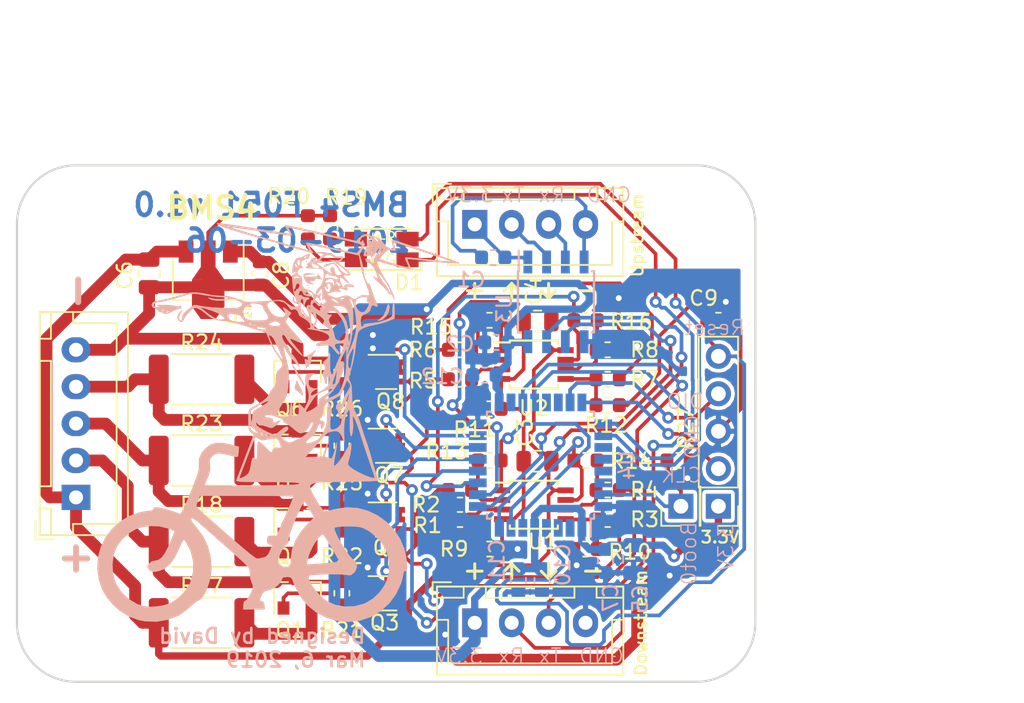
<source format=kicad_pcb>
(kicad_pcb (version 20221018) (generator pcbnew)
  (layers (0 "F.Cu" signal) (31 "B.Cu" signal) (34 "B.Paste" user) (35 "F.Paste" user) (36 "B.SilkS" user "B.Silkscreen") (37 "F.SilkS" user "F.Silkscreen") (38 "B.Mask" user) (39 "F.Mask" user) (44 "Edge.Cuts" user))
  (net 0 "")
  (net 1 "GNDA")
  (net 2 "+3.3VA")
  (net 3 "+3V3")
  (net 4 "GND")
  (net 5 "+BATT")
  (net 6 "/Reset")
  (net 7 "/LED_G")
  (net 8 "/LED_R")
  (net 9 "Net-(D1-Pad3)")
  (net 10 "Net-(D1-Pad4)")
  (net 11 "Net-(J1-Pad3)")
  (net 12 "Net-(J1-Pad2)")
  (net 13 "/Batt3")
  (net 14 "/Batt2")
  (net 15 "/Batt1")
  (net 16 "/SWCLK")
  (net 17 "/SWDIO")
  (net 18 "/RxDown")
  (net 19 "/TxDown")
  (net 20 "Net-(Q1-Pad1)")
  (net 21 "Net-(Q1-Pad2)")
  (net 22 "Net-(Q2-Pad2)")
  (net 23 "Net-(Q2-Pad1)")
  (net 24 "Net-(Q3-Pad5)")
  (net 25 "/Bal4")
  (net 26 "Net-(Q4-Pad5)")
  (net 27 "/Bal3")
  (net 28 "Net-(Q5-Pad1)")
  (net 29 "Net-(Q5-Pad2)")
  (net 30 "Net-(Q6-Pad2)")
  (net 31 "Net-(Q6-Pad1)")
  (net 32 "Net-(Q7-Pad5)")
  (net 33 "/Bal2")
  (net 34 "Net-(Q8-Pad5)")
  (net 35 "/Bal1")
  (net 36 "Net-(R1-Pad1)")
  (net 37 "Net-(R13-Pad2)")
  (net 38 "Net-(R10-Pad2)")
  (net 39 "Net-(R14-Pad2)")
  (net 40 "Net-(R11-Pad2)")
  (net 41 "Net-(R15-Pad2)")
  (net 42 "Net-(R12-Pad2)")
  (net 43 "Net-(R16-Pad2)")
  (net 44 "/Vsense4")
  (net 45 "/Vsense3")
  (net 46 "/Vsense2")
  (net 47 "/Vsense1")
  (net 48 "/RxUp")
  (net 49 "/TxUp")
  (net 50 "/Boot0")
  (net 51 "Net-(U4-Pad2)")
  (net 52 "Net-(U4-Pad3)")
  (net 53 "Net-(U4-Pad18)")
  (net 54 "Net-(U4-Pad21)")
  (net 55 "Net-(U4-Pad22)")
  (net 56 "Net-(U4-Pad27)")
  (net 57 "Net-(U4-Pad28)")
  (net 58 "Net-(U4-Pad29)")
  (net 59 "Net-(U4-Pad30)")
  (footprint "Logos:zeusbike" (layer "F.Cu") (at 117.7 117.4)
    (fp_text reference "G***" hide)
    (fp_text value "LOGO" hide)
  )
  (footprint "Capacitor_SMD:C_0805_2012Metric" (layer "F.Cu") (at 135.25 120.05 180)
    (fp_text reference "C3")
    (fp_text value "100n")
  )
  (footprint "Capacitor_SMD:C_0805_2012Metric" (layer "F.Cu") (at 135.25 110.55 180)
    (fp_text reference "C4")
    (fp_text value "100n")
  )
  (footprint "Capacitor_SMD:C_0805_2012Metric" (layer "F.Cu") (at 108.95 107.325 -90)
    (fp_text reference "C6")
    (fp_text value "330n")
  )
  (footprint "Capacitor_SMD:C_0603_1608Metric" (layer "F.Cu") (at 116.45 107.325 -90)
    (fp_text reference "C8")
    (fp_text value "100n")
  )
  (footprint "Connector_JST:JST_XH_B05B-XH-A_1x05_P2.50mm_Vertical" (layer "F.Cu") (at 104 122.5 90)
    (fp_text reference "J2" hide)
    (fp_text value "Conn_01x05")
  )
  (footprint "Connector_JST:JST_XH_B04B-XH-A_1x04_P2.50mm_Vertical" (layer "F.Cu") (at 131 131)
    (fp_text reference "J4" hide)
    (fp_text value "Conn_01x04")
  )
  (footprint "Resistor_SMD:R_0603_1608Metric" (layer "F.Cu") (at 130 124 180)
    (fp_text reference "R1")
    (fp_text value "100k")
  )
  (footprint "Resistor_SMD:R_0603_1608Metric" (layer "F.Cu") (at 130 122 180)
    (fp_text reference "R2")
    (fp_text value "100k")
  )
  (footprint "Resistor_SMD:R_0603_1608Metric" (layer "F.Cu") (at 140 124)
    (fp_text reference "R3")
    (fp_text value "100k")
  )
  (footprint "Resistor_SMD:R_0603_1608Metric" (layer "F.Cu") (at 140 122)
    (fp_text reference "R4")
    (fp_text value "100k")
  )
  (footprint "Resistor_SMD:R_0603_1608Metric" (layer "F.Cu") (at 130 114.5 180)
    (fp_text reference "R5")
    (fp_text value "100k")
  )
  (footprint "Resistor_SMD:R_0603_1608Metric" (layer "F.Cu") (at 130 112.5 180)
    (fp_text reference "R6")
    (fp_text value "100k")
  )
  (footprint "Resistor_SMD:R_0603_1608Metric" (layer "F.Cu") (at 140 114.5)
    (fp_text reference "R7")
    (fp_text value "100k")
  )
  (footprint "Resistor_SMD:R_0603_1608Metric" (layer "F.Cu") (at 140 112.5)
    (fp_text reference "R8")
    (fp_text value "100k")
  )
  (footprint "Resistor_SMD:R_0603_1608Metric" (layer "F.Cu") (at 132 126 180)
    (fp_text reference "R9")
    (fp_text value "20k")
  )
  (footprint "Resistor_SMD:R_0603_1608Metric" (layer "F.Cu") (at 138.5 126)
    (fp_text reference "R10")
    (fp_text value "20k")
  )
  (footprint "Resistor_SMD:R_0603_1608Metric" (layer "F.Cu") (at 132 116.5 180)
    (fp_text reference "R11")
    (fp_text value "20k")
  )
  (footprint "Resistor_SMD:R_0603_1608Metric" (layer "F.Cu") (at 140 116.25 180)
    (fp_text reference "R12")
    (fp_text value "20k")
  )
  (footprint "Resistor_SMD:R_0603_1608Metric" (layer "F.Cu") (at 132 120 180)
    (fp_text reference "R13")
    (fp_text value "20k")
  )
  (footprint "Resistor_SMD:R_0603_1608Metric" (layer "F.Cu") (at 138.5 110.5)
    (fp_text reference "R16")
    (fp_text value "20k")
  )
  (footprint "Resistor_SMD:R_0603_1608Metric" (layer "F.Cu") (at 119.7 104.2 90)
    (fp_text reference "R19")
    (fp_text value "100")
  )
  (footprint "Resistor_SMD:R_0603_1608Metric" (layer "F.Cu") (at 121.2 104.2 -90)
    (fp_text reference "R20")
    (fp_text value "100")
  )
  (footprint "Resistor_SMD:R_0603_1608Metric" (layer "F.Cu") (at 122 119 -90)
    (fp_text reference "R25")
    (fp_text value "10k")
  )
  (footprint "Package_SO:TSSOP-8_3x3mm_P0.65mm" (layer "F.Cu") (at 135 123)
    (fp_text reference "U1")
    (fp_text value "OPA2171")
  )
  (footprint "Package_SO:TSSOP-8_3x3mm_P0.65mm" (layer "F.Cu") (at 135 113.5)
    (fp_text reference "U2")
    (fp_text value "OPA2171")
  )
  (footprint "Package_TO_SOT_SMD:SOT-89-3" (layer "F.Cu") (at 112.95 107.325 -90)
    (fp_text reference "U5")
    (fp_text value "L78L33_SOT89")
  )
  (footprint "Resistor_SMD:R_0603_1608Metric" (layer "F.Cu") (at 138.5 120)
    (fp_text reference "R14")
    (fp_text value "20k")
  )
  (footprint "Package_TO_SOT_SMD:SOT-23" (layer "F.Cu") (at 119 129 90)
    (fp_text reference "Q1")
    (fp_text value "Q_NMOS_GDS")
  )
  (footprint "Package_TO_SOT_SMD:SOT-363_SC-70-6" (layer "F.Cu") (at 125 129)
    (fp_text reference "Q3")
    (fp_text value "DCX114Y")
  )
  (footprint "Package_TO_SOT_SMD:SOT-363_SC-70-6" (layer "F.Cu") (at 125 119)
    (fp_text reference "Q7")
    (fp_text value "DCX114Y")
  )
  (footprint "Package_TO_SOT_SMD:SOT-363_SC-70-6" (layer "F.Cu") (at 125 124)
    (fp_text reference "Q4")
    (fp_text value "DCX114Y")
  )
  (footprint "Package_TO_SOT_SMD:SOT-363_SC-70-6" (layer "F.Cu") (at 125 114)
    (fp_text reference "Q8")
    (fp_text value "DCX114Y")
  )
  (footprint "Resistor_SMD:R_0603_1608Metric" (layer "F.Cu") (at 122 124 -90)
    (fp_text reference "R22")
    (fp_text value "10k")
  )
  (footprint "Resistor_SMD:R_0603_1608Metric" (layer "F.Cu") (at 122 114 -90)
    (fp_text reference "R26")
    (fp_text value "10k")
  )
  (footprint "Resistor_SMD:R_0603_1608Metric" (layer "F.Cu") (at 122 129 -90)
    (fp_text reference "R21")
    (fp_text value "10k")
  )
  (footprint "Resistor_SMD:R_2512_6332Metric" (layer "F.Cu") (at 112.5 131)
    (fp_text reference "R17")
    (fp_text value "33")
  )
  (footprint "Connector_JST:JST_XH_B04B-XH-A_1x04_P2.50mm_Vertical" (layer "F.Cu") (at 131 104)
    (fp_text reference "J1" hide)
    (fp_text value "Conn_01x04")
  )
  (footprint "MountingHole:MountingHole_3.2mm_M3" (layer "F.Cu") (at 146 104)
    (fp_text reference "MH1" hide)
    (fp_text value "MountingHole")
  )
  (footprint "MountingHole:MountingHole_3.2mm_M3" (layer "F.Cu") (at 104 131)
    (fp_text reference "MH2" hide)
    (fp_text value "MountingHole")
  )
  (footprint "MountingHole:MountingHole_3.2mm_M3" (layer "F.Cu") (at 104 104)
    (fp_text reference "MH3" hide)
    (fp_text value "MountingHole")
  )
  (footprint "MountingHole:MountingHole_3.2mm_M3" (layer "F.Cu") (at 146 131)
    (fp_text reference "MH4" hide)
    (fp_text value "MountingHole")
  )
  (footprint "Capacitor_SMD:C_0603_1608Metric" (layer "F.Cu") (at 147.5 110.5)
    (fp_text reference "C9")
    (fp_text value "C")
  )
  (footprint "Connector_PinHeader_2.54mm:PinHeader_1x01_P2.54mm_Vertical" (layer "F.Cu") (at 144.96 123.1 90)
    (fp_text reference "J5" hide)
    (fp_text value "Conn_01x01")
  )
  (footprint "Connector_PinHeader_2.54mm:PinHeader_1x05_P2.54mm_Vertical" (layer "F.Cu") (at 147.5 123.1 180)
    (fp_text reference "J3" hide)
    (fp_text value "Conn_01x05")
  )
  (footprint "Resistor_SMD:R_2512_6332Metric" (layer "F.Cu") (at 112.5 114.5)
    (fp_text reference "R24")
    (fp_text value "33")
  )
  (footprint "Resistor_SMD:R_2512_6332Metric" (layer "F.Cu") (at 112.5 125.5)
    (fp_text reference "R18")
    (fp_text value "33")
  )
  (footprint "Resistor_SMD:R_2512_6332Metric" (layer "F.Cu") (at 112.5 120)
    (fp_text reference "R23")
    (fp_text value "33")
  )
  (footprint "Package_TO_SOT_SMD:SOT-23" (layer "F.Cu") (at 119 124 90)
    (fp_text reference "Q2")
    (fp_text value "Q_NMOS_GDS")
  )
  (footprint "Package_TO_SOT_SMD:SOT-23" (layer "F.Cu") (at 119 119 90)
    (fp_text reference "Q5")
    (fp_text value "Q_NMOS_GDS")
  )
  (footprint "Package_TO_SOT_SMD:SOT-23" (layer "F.Cu") (at 119 114 90)
    (fp_text reference "Q6")
    (fp_text value "Q_NMOS_GDS")
  )
  (footprint "Resistor_SMD:R_0603_1608Metric" (layer "F.Cu") (at 132 110.5 180)
    (fp_text reference "R15")
    (fp_text value "20k")
  )
  (footprint "Resistor_SMD:R_0603_1608Metric" (layer "F.Cu") (at 144.8 120 180)
    (fp_text reference "R27")
    (fp_text value "10k")
  )
  (footprint "Custom:LTST-C155GEKT" (layer "F.Cu") (at 124.7 105.7 180)
    (fp_text reference "D1")
    (fp_text value "LTST-C155GEKT")
  )
  (footprint "Capacitor_SMD:C_0603_1608Metric" (layer "B.Cu") (at 132.25 106.25 180)
    (fp_text reference "C1")
    (fp_text value "100n")
  )
  (footprint "Capacitor_SMD:C_0603_1608Metric" (layer "B.Cu") (at 132.4625 112 180)
    (fp_text reference "C2")
    (fp_text value "100n")
  )
  (footprint "Package_SO:SOIC-8_3.9x4.9mm_P1.27mm" (layer "B.Cu") (at 136.5 109.25 -90)
    (fp_text reference "U3")
    (fp_text value "ISO7721D")
  )
  (footprint "Capacitor_SMD:C_0603_1608Metric" (layer "B.Cu") (at 135.555366 128.117283 -90)
    (fp_text reference "C10")
    (fp_text value "100n")
  )
  (footprint "Capacitor_SMD:C_0603_1608Metric" (layer "B.Cu") (at 133.955366 128.117283 -90)
    (fp_text reference "C11")
    (fp_text value "100n")
  )
  (footprint "Capacitor_SMD:C_0603_1608Metric" (layer "B.Cu") (at 131.655366 114.217283 180)
    (fp_text reference "C12")
    (fp_text value "100n")
  )
  (footprint "Capacitor_SMD:C_0805_2012Metric" (layer "B.Cu") (at 141.755366 126.679783 -90)
    (fp_text reference "C5")
    (fp_text value "4.7u")
  )
  (footprint "Package_QFP:LQFP-32_7x7mm_P0.8mm" (layer "B.Cu") (at 135.455366 120.317283 90)
    (fp_text reference "U4")
    (fp_text value "STM32F051K8Tx")
  )
  (footprint "Capacitor_SMD:C_0603_1608Metric" (layer "B.Cu") (at 139.855366 126.817283 -90)
    (fp_text reference "C7")
    (fp_text value "100n")
  )
  (gr_line (start 131 108) (end 131 109) (stroke (width 0.2)) (layer "F.SilkS"))
  (gr_line (start 130.5 108.5) (end 131.5 108.5) (stroke (width 0.2)) (layer "F.SilkS"))
  (gr_line (start 138 108.5) (end 139 108.5) (stroke (width 0.2)) (layer "F.SilkS"))
  (gr_line (start 133.5 108) (end 133 108.5) (stroke (width 0.2)) (layer "F.SilkS"))
  (gr_line (start 133.5 108) (end 133.5 109) (stroke (width 0.2)) (layer "F.SilkS"))
  (gr_line (start 133.5 108) (end 134 108.5) (stroke (width 0.2)) (layer "F.SilkS"))
  (gr_line (start 133.5 127) (end 134 127.5) (stroke (width 0.2)) (layer "F.SilkS"))
  (gr_line (start 133.5 127) (end 133 127.5) (stroke (width 0.2)) (layer "F.SilkS"))
  (gr_line (start 131 127) (end 131 128) (stroke (width 0.2)) (layer "F.SilkS"))
  (gr_line (start 133.5 128) (end 133.5 127) (stroke (width 0.2)) (layer "F.SilkS"))
  (gr_line (start 130.5 127.5) (end 131.5 127.5) (stroke (width 0.2)) (layer "F.SilkS"))
  (gr_line (start 136 108) (end 136 109) (stroke (width 0.2)) (layer "F.SilkS"))
  (gr_line (start 136 128) (end 136.5 127.5) (stroke (width 0.2)) (layer "F.SilkS"))
  (gr_line (start 136 109) (end 135.5 108.5) (stroke (width 0.2)) (layer "F.SilkS"))
  (gr_line (start 136 127) (end 136 128) (stroke (width 0.2)) (layer "F.SilkS"))
  (gr_line (start 136 109) (end 136.5 108.5) (stroke (width 0.2)) (layer "F.SilkS"))
  (gr_line (start 138.5 127.5) (end 139.5 127.5) (stroke (width 0.2)) (layer "F.SilkS"))
  (gr_line (start 136 128) (end 135.5 127.5) (stroke (width 0.2)) (layer "F.SilkS"))
  (gr_arc (start 150 131) (mid 148.828427 133.828427) (end 146 135) (stroke (width 0.15)) (layer "Edge.Cuts"))
  (gr_line (start 150 104) (end 150 131) (stroke (width 0.15)) (layer "Edge.Cuts"))
  (gr_arc (start 146 100) (mid 148.828427 101.171573) (end 150 104) (stroke (width 0.15)) (layer "Edge.Cuts"))
  (gr_line (start 100 131) (end 100 104) (stroke (width 0.15)) (layer "Edge.Cuts"))
  (gr_arc (start 104 135) (mid 101.171573 133.828427) (end 100 131) (stroke (width 0.15)) (layer "Edge.Cuts"))
  (gr_line (start 146 135) (end 104 135) (stroke (width 0.15)) (layer "Edge.Cuts"))
  (gr_line (start 104 100) (end 146 100) (stroke (width 0.15)) (layer "Edge.Cuts"))
  (gr_arc (start 100 104) (mid 101.171573 101.171573) (end 104 100) (stroke (width 0.15)) (layer "Edge.Cuts"))
  (gr_text "BMS4 F051 v1.0\n2019-03-06" (at 126.75 103.89) (layer "B.Cu") (effects (font (size 1.5 1.5) (thickness 0.3)) (justify left mirror)))
  (gr_text "Reset" (at 147.25 111) (layer "B.SilkS") (effects (font (size 1 1) (thickness 0.1)) (justify mirror)))
  (gr_text "Tx" (at 132.75 102) (layer "B.SilkS") (effects (font (size 1 1) (thickness 0.1)) (justify right mirror)))
  (gr_text "Rx" (at 135.25 102) (layer "B.SilkS") (effects (font (size 1 1) (thickness 0.1)) (justify right mirror)))
  (gr_text "3.3V" (at 129 102) (layer "B.SilkS") (effects (font (size 1 1) (thickness 0.1)) (justify right mirror)))
  (gr_text "GND" (at 138.5 102) (layer "B.SilkS") (effects (font (size 1 1) (thickness 0.1)) (justify right mirror)))
  (gr_text "Boot0" (at 145.5 126.3 90) (layer "B.SilkS") (effects (font (size 1 1) (thickness 0.1)) (justify mirror)))
  (gr_text "-" (at 104 108.5 90) (layer "B.SilkS") (effects (font (size 2 2) (thickness 0.4))))
  (gr_text "3.3V" (at 128.25 133.25) (layer "B.SilkS") (effects (font (size 1 1) (thickness 0.1)) (justify right mirror)))
  (gr_text "Rx" (at 132.5 133.25) (layer "B.SilkS") (effects (font (size 1 1) (thickness 0.1)) (justify right mirror)))
  (gr_text "Tx" (at 135.25 133.25) (layer "B.SilkS") (effects (font (size 1 1) (thickness 0.1)) (justify right mirror)))
  (gr_text "GND" (at 138 133.25) (layer "B.SilkS") (effects (font (size 1 1) (thickness 0.1)) (justify right mirror)))
  (gr_text "GND" (at 145.75 120 90) (layer "B.SilkS") (effects (font (size 1 1) (thickness 0.1)) (justify right mirror)))
  (gr_text "3.3V" (at 148 125.9 90) (layer "B.SilkS") (effects (font (size 1 1) (thickness 0.1)) (justify mirror)))
  (gr_text "Designed by David\nMar 6, 2019" (at 123.7 132.7) (layer "B.SilkS") (effects (font (size 1 1) (thickness 0.18)) (justify left mirror)))
  (gr_text "+" (at 104 126.5) (layer "B.SilkS") (effects (font (size 2 2) (thickness 0.4))))
  (gr_text "CLK" (at 145 121) (layer "B.SilkS") (effects (font (size 1 1) (thickness 0.1)) (justify mirror)))
  (gr_text "DIO" (at 145.25 116) (layer "B.SilkS") (effects (font (size 1 1) (thickness 0.1)) (justify mirror)))
  (gr_text "Downstream" (at 142.25 131 90) (layer "F.SilkS") (effects (font (size 0.8 0.8))))
  (gr_text "3.3V" (at 147.6 125.2) (layer "F.SilkS") (effects (font (size 0.8 0.8))))
  (gr_text "+" (at 104 126.5) (layer "F.SilkS") (effects (font (size 2 2) (thickness 0.4))))
  (gr_text "Upstream" (at 142 104.75 90) (layer "F.SilkS") (effects (font (size 0.8 0.8))))
  (gr_text "BMS4" (at 113.2 102.9) (layer "F.SilkS") (effects (font (size 1.5 1.5) (thickness 0.3))))
  (gr_text "-" (at 104 108.5 90) (layer "F.SilkS") (effects (font (size 2 2) (thickness 0.4))))
  (segment (start 131.000888 105.788388) (end 130.038388 105.788388) (width 0.25) (layer "B.Cu") (net 1))
  (segment (start 129.5 105.25) (end 129.5 102.75) (width 0.25) (layer "B.Cu") (net 1))
  (segment (start 138.405 104.095) (end 138.5 104) (width 0.25) (layer "B.Cu") (net 1))
  (segment (start 129.5 102.75) (end 130 102.25) (width 0.25) (layer "B.Cu") (net 1))
  (segment (start 130 102.25) (end 137.975 102.25) (width 0.25) (layer "B.Cu") (net 1))
  (segment (start 138.5 102.775) (end 138.5 104) (width 0.25) (layer "B.Cu") (net 1))
  (segment (start 138.405 106.55) (end 138.405 104.095) (width 0.25) (layer "B.Cu") (net 1))
  (segment (start 130.038388 105.788388) (end 129.5 105.25) (width 0.25) (layer "B.Cu") (net 1))
  (segment (start 137.975 102.25) (end 138.5 102.775) (width 0.25) (layer "B.Cu") (net 1))
  (segment (start 131.4625 106.25) (end 131.000888 105.788388) (width 0.25) (layer "B.Cu") (net 1))
  (segment (start 134.295 106.25) (end 134.595 106.55) (width 0.25) (layer "B.Cu") (net 2))
  (segment (start 131 104.2125) (end 131 104) (width 0.25) (layer "B.Cu") (net 2))
  (segment (start 133.0375 106.25) (end 131 104.2125) (width 0.25) (layer "B.Cu") (net 2))
  (segment (start 133.0375 106.25) (end 134.295 106.25) (width 0.25) (layer "B.Cu") (net 2))
  (segment (start 147.5 124.2) (end 147.5 123.1) (width 0.5) (layer "F.Cu") (net 3))
  (segment (start 127.350001 110.149999) (end 127.75 109.75) (width 0.8) (layer "F.Cu") (net 3))
  (segment (start 147 125) (end 147.5 124.5) (width 0.5) (layer "F.Cu") (net 3))
  (segment (start 147.5 124.5) (end 147.5 124.2) (width 0.5) (layer "F.Cu") (net 3))
  (segment (start 117.0375 106.5375) (end 120.899998 110.399998) (width 0.8) (layer "F.Cu") (net 3))
  (segment (start 116.45 106.5375) (end 117.0375 106.5375) (width 0.8) (layer "F.Cu") (net 3))
  (segment (start 114.45 105.845) (end 115.7575 105.845) (width 0.8) (layer "F.Cu") (net 3))
  (segment (start 115.7575 105.845) (end 116.45 106.5375) (width 0.8) (layer "F.Cu") (net 3))
  (segment (start 120.899998 110.399998) (end 127.100002 110.399998) (width 0.8) (layer "F.Cu") (net 3))
  (segment (start 144.5 126.5) (end 146 125) (width 0.5) (layer "F.Cu") (net 3))
  (segment (start 146 125) (end 147 125) (width 0.5) (layer "F.Cu") (net 3))
  (segment (start 127.100002 110.399998) (end 127.350001 110.149999) (width 0.8) (layer "F.Cu") (net 3))
  (via (at 127.75 109.75) (size 0.8) (drill 0.4) (layers "F.Cu" "B.Cu") (net 3))
  (via (at 144.5 126.5) (size 0.8) (drill 0.4) (layers "F.Cu" "B.Cu") (net 3))
  (segment (start 135.055366 124.567283) (end 135.055366 126.829783) (width 0.5) (layer "B.Cu") (net 3))
  (segment (start 135.055366 126.829783) (end 135.555366 127.329783) (width 0.5) (layer "B.Cu") (net 3))
  (segment (start 138.255366 124.567283) (end 138.255366 124.867283) (width 0.5) (layer "B.Cu") (net 3))
  (segment (start 138.779783 126.029783) (end 139.855366 126.029783) (width 0.5) (layer "B.Cu") (net 3))
  (segment (start 138.25 124.872649) (end 138.25 125.5) (width 0.5) (layer "B.Cu") (net 3))
  (segment (start 138.25 125.5) (end 138.779783 126.029783) (width 0.5) (layer "B.Cu") (net 3))
  (segment (start 138.255366 124.867283) (end 138.25 124.872649) (width 0.5) (layer "B.Cu") (net 3))
  (segment (start 135.555366 127.329783) (end 133.955366 127.329783) (width 0.5) (layer "B.Cu") (net 3))
  (segment (start 141.755366 125.742283) (end 140.142866 125.742283) (width 0.5) (layer "B.Cu") (net 3))
  (segment (start 140.142866 125.742283) (end 139.855366 126.029783) (width 0.5) (layer "B.Cu") (net 3))
  (segment (start 124.5 133.25) (end 121.5 130.25) (width 0.8) (layer "B.Cu") (net 3))
  (segment (start 138.75 109.25) (end 138.75 108.75) (width 0.5) (layer "B.Cu") (net 3))
  (segment (start 134.545 112) (end 134.595 111.95) (width 0.5) (layer "B.Cu") (net 3))
  (segment (start 129.5 108) (end 127.75 109.75) (width 0.5) (layer "B.Cu") (net 3))
  (segment (start 143.742283 125.742283) (end 144.5 126.5) (width 0.5) (layer "B.Cu") (net 3))
  (segment (start 130 133.25) (end 124.5 133.25) (width 0.8) (layer "B.Cu") (net 3))
  (segment (start 138.75 108.75) (end 138 108) (width 0.5) (layer "B.Cu") (net 3))
  (segment (start 133.25 112) (end 134.545 112) (width 0.5) (layer "B.Cu") (net 3))
  (segment (start 132.655366 115.255366) (end 132.442866 115.042866) (width 0.5) (layer "B.Cu") (net 3))
  (segment (start 132.442866 114.217283) (end 133.25 113.410149) (width 0.5) (layer "B.Cu") (net 3))
  (segment (start 131 132.25) (end 130 133.25) (width 0.8) (layer "B.Cu") (net 3))
  (segment (start 133.25 111) (end 134.5 109.75) (width 0.5) (layer "B.Cu") (net 3))
  (segment (start 121.5 111.5) (end 123.25 109.75) (width 0.8) (layer "B.Cu") (net 3))
  (segment (start 131 129.36359) (end 133.033807 127.329783) (width 0.5) (layer "B.Cu") (net 3))
  (segment (start 121.5 130.25) (end 121.5 111.5) (width 0.8) (layer "B.Cu") (net 3))
  (segment (start 133.25 113.410149) (end 133.25 112) (width 0.5) (layer "B.Cu") (net 3))
  (segment (start 132.655366 116.067283) (end 132.655366 115.255366) (width 0.5) (layer "B.Cu") (net 3))
  (segment (start 138.25 109.75) (end 138.75 109.25) (width 0.5) (layer "B.Cu") (net 3))
  (segment (start 135.055366 124.567283) (end 135.055366 123.717283) (width 0.5) (layer "B.Cu") (net 3))
  (segment (start 135.522649 123.25) (end 138 123.25) (width 0.5) (layer "B.Cu") (net 3))
  (segment (start 138.255366 123.505366) (end 138.255366 124.567283) (width 0.5) (layer "B.Cu") (net 3))
  (segment (start 133.033807 127.329783) (end 133.955366 127.329783) (width 0.5) (layer "B.Cu") (net 3))
  (segment (start 132.442866 115.042866) (end 132.442866 114.217283) (width 0.5) (layer "B.Cu") (net 3))
  (segment (start 138 108) (end 129.5 108) (width 0.5) (layer "B.Cu") (net 3))
  (segment (start 123.25 109.75) (end 127.75 109.75) (width 0.8) (layer "B.Cu") (net 3))
  (segment (start 138 123.25) (end 138.255366 123.505366) (width 0.5) (layer "B.Cu") (net 3))
  (segment (start 141.755366 125.742283) (end 143.742283 125.742283) (width 0.5) (layer "B.Cu") (net 3))
  (segment (start 131 131) (end 131 132.25) (width 0.8) (layer "B.Cu") (net 3))
  (segment (start 131 131) (end 131 129.36359) (width 0.5) (layer "B.Cu") (net 3))
  (segment (start 135.055366 123.717283) (end 135.522649 123.25) (width 0.5) (layer "B.Cu") (net 3))
  (segment (start 134.5 109.75) (end 138.25 109.75) (width 0.5) (layer "B.Cu") (net 3))
  (segment (start 133.25 112) (end 133.25 111) (width 0.5) (layer "B.Cu") (net 3))
  (segment (start 119 112.25) (end 118.5 111.75) (width 0.8) (layer "F.Cu") (net 4))
  (segment (start 142 112.249994) (end 140.75 110.999994) (width 0.25) (layer "F.Cu") (net 4))
  (segment (start 147.434315 109.25) (end 148 109.25) (width 0.25) (layer "F.Cu") (net 4))
  (segment (start 122.2 111.9) (end 123.3 111.9) (width 0.8) (layer "F.Cu") (net 4))
  (segment (start 140.7875 112.5) (end 141.749994 112.5) (width 0.25) (layer "F.Cu") (net 4))
  (segment (start 133.65 123.975) (end 134.3125 123.3125) (width 0.25) (layer "F.Cu") (net 4))
  (segment (start 112.95 109.992) (end 112.95 108.6585) (width 0.8) (layer "F.Cu") (net 4))
  (segment (start 123.3 111.9) (end 123.699997 111.899999) (width 0.8) (layer "F.Cu") (net 4))
  (segment (start 145.823004 109.25) (end 147.434315 109.25) (width 0.25) (layer "F.Cu") (net 4))
  (segment (start 148.2875 110.5) (end 149 111.2125) (width 0.25) (layer "F.Cu") (net 4))
  (segment (start 142 132.1) (end 142 129.2) (width 0.8) (layer "F.Cu") (net 4))
  (segment (start 140.7875 116.25) (end 141.325 116.25) (width 0.25) (layer "F.Cu") (net 4))
  (segment (start 113.496 108.1125) (end 112.95 108.6585) (width 0.8) (layer "F.Cu") (net 4))
  (segment (start 124.05 117.55) (end 123.75 117.25) (width 0.25) (layer "F.Cu") (net 4))
  (segment (start 106.5 112.5) (end 104 112.5) (width 0.8) (layer "F.Cu") (net 4))
  (segment (start 124.05 113.35) (end 122.1375 113.35) (width 0.5) (layer "F.Cu") (net 4))
  (segment (start 119.7 103.4125) (end 121.2 103.4125) (width 0.25) (layer "F.Cu") (net 4))
  (segment (start 137.7125 126) (end 137.7125 126.9125) (width 0.25) (layer "F.Cu") (net 4))
  (segment (start 132.7875 114.5375) (end 132.85 114.475) (width 0.25) (layer "F.Cu") (net 4))
  (segment (start 137.7125 126.9125) (end 137.9 127.1) (width 0.25) (layer "F.Cu") (net 4))
  (segment (start 107.25 111.75) (end 106.5 112.5) (width 0.8) (layer "F.Cu") (net 4))
  (segment (start 142 129.2) (end 143.4 127.8) (width 0.8) (layer "F.Cu") (net 4))
  (segment (start 132.85 125.9375) (end 132.7875 126) (width 0.25) (layer "F.Cu") (net 4))
  (segment (start 124.05 127.55) (end 123.75 127.25) (width 0.25) (layer "F.Cu") (net 4))
  (segment (start 116.45 108.1125) (end 113.496 108.1125) (width 0.8) (layer "F.Cu") (net 4))
  (segment (start 143.5 114.075) (end 143.5 111.573004) (width 0.25) (layer "F.Cu") (net 4))
  (segment (start 148.2875 109.5375) (end 148.2875 110.5) (width 0.25) (layer "F.Cu") (net 4))
  (segment (start 124.05 123.35) (end 124.05 122.55) (width 0.25) (layer "F.Cu") (net 4))
  (segment (start 112.95 104.55) (end 112.95 105.9915) (width 0.25) (layer "F.Cu") (net 4))
  (segment (start 143.5 111.573004) (end 145.823004 109.25) (width 0.25) (layer "F.Cu") (net 4))
  (segment (start 116.45 108.1125) (end 116.8125 108.1125) (width 0.8) (layer "F.Cu") (net 4))
  (segment (start 124.05 128.35) (end 124.05 127.55) (width 0.25) (layer "F.Cu") (net 4))
  (segment (start 120.2 111.5) (end 121.8 111.5) (width 0.8) (layer "F.Cu") (net 4))
  (segment (start 118.5 111.75) (end 107.25 111.75) (width 0.8) (layer "F.Cu") (net 4))
  (segment (start 121.8 111.5) (end 122.2 111.9) (width 0.8) (layer "F.Cu") (net 4))
  (segment (start 145.5875 120) (end 145.5875 121.0125) (width 0.25) (layer "F.Cu") (net 4))
  (segment (start 108.95 108.2625) (end 112.554 108.2625) (width 0.8) (layer "F.Cu") (net 4))
  (segment (start 112.554 108.2625) (end 112.95 108.6585) (width 0.8) (layer "F.Cu") (net 4))
  (segment (start 129.8 133.5) (end 140.6 133.5) (width 0.8) (layer "F.Cu") (net 4))
  (segment (start 122 113.2125) (end 119.2125 113.2125) (width 0.5) (layer "F.Cu") (net 4))
  (segment (start 122.1375 113.35) (end 122 113.2125) (width 0.25) (layer "F.Cu") (net 4))
  (segment (start 134.3125 111.35) (end 134.3125 110.55) (width 0.25) (layer "F.Cu") (net 4))
  (segment (start 119.7 103.4125) (end 114.0875 103.4125) (width 0.25) (layer "F.Cu") (net 4))
  (segment (start 129 132.7) (end 129.8 133.5) (width 0.8) (layer "F.Cu") (net 4))
  (segment (start 132.85 114.475) (end 133.65 114.475) (width 0.25) (layer "F.Cu") (net 4))
  (segment (start 134.3125 123.3125) (end 134.3125 120.05) (width 0.25) (layer "F.Cu") (net 4))
  (segment (start 132.85 123.975) (end 132.85 125.9375) (width 0.25) (layer "F.Cu") (net 4))
  (segment (start 141.325 116.25) (end 143.5 114.075) (width 0.25) (layer "F.Cu") (net 4))
  (segment (start 123.6 111.9) (end 124.1 112.4) (width 0.8) (layer "F.Cu") (net 4))
  (segment (start 107.25 111.75) (end 108.95 110.05) (width 0.8) (layer "F.Cu") (net 4))
  (segment (start 119.2125 113.2125) (end 119 113) (width 0.25) (layer "F.Cu") (net 4))
  (segment (start 112.95 105.9915) (end 112.95 107.2488) (width 0.8) (layer "F.Cu") (net 4))
  (segment (start 133.65 114.475) (end 134.3125 113.8125) (width 0.25) (layer "F.Cu") (net 4))
  (segment (start 140.75 110.999994) (end 140.75 109.565685) (width 0.25) (layer "F.Cu") (net 4))
  (segment (start 129 131.8) (end 129 132.7) (width 0.8) (layer "F.Cu") (net 4))
  (segment (start 123.699997 111.899999) (end 124.099996 111.5) (width 0.8) (layer "F.Cu") (net 4))
  (segment (start 134 116.5) (end 134.3125 116.8125) (width 0.25) (layer "F.Cu") (net 4))
  (segment (start 132.7875 126) (end 133.9 126) (width 0.25) (layer "F.Cu") (net 4))
  (segment (start 124.05 122.55) (end 123.75 122.25) (width 0.25) (layer "F.Cu") (net 4))
  (segment (start 140.6 133.5) (end 142 132.1) (width 0.8) (layer "F.Cu") (net 4))
  (segment (start 141.749994 112.5) (end 142 112.249994) (width 0.25) (layer "F.Cu") (net 4))
  (segment (start 132.7875 116.5) (end 132.7875 114.5375) (width 0.25) (layer "F.Cu") (net 4))
  (segment (start 132.85 123.975) (end 133.65 123.975) (width 0.25) (layer "F.Cu") (net 4))
  (segment (start 134.3125 116.8125) (end 134.3125 120.05) (width 0.25) (layer "F.Cu") (net 4))
  (segment (start 114.0875 103.4125) (end 112.95 104.55) (width 0.25) (layer "F.Cu") (net 4))
  (segment (start 149 116.52) (end 147.5 118.02) (width 0.25) (layer "F.Cu") (net 4))
  (segment (start 116.8125 108.1125) (end 120.2 111.5) (width 0.8) (layer "F.Cu") (net 4))
  (segment (start 140.75 109.565685) (end 140.75 109) (width 0.25) (layer "F.Cu") (net 4))
  (segment (start 119 113) (end 119 112.25) (width 0.8) (layer "F.Cu") (net 4))
  (segment (start 148 109.25) (end 148.2875 109.5375) (width 0.25) (layer "F.Cu") (net 4))
  (segment (start 123.3 111.9) (end 123.6 111.9) (width 0.8) (layer "F.Cu") (net 4))
  (segment (start 108.95 110.05) (end 108.95 108.2625) (width 0.8) (layer "F.Cu") (net 4))
  (segment (start 124.05 118.35) (end 124.05 117.55) (width 0.25) (layer "F.Cu") (net 4))
  (segment (start 149 111.2125) (end 149 116.52) (width 0.25) (layer "F.Cu") (net 4))
  (segment (start 124.1 111.500004) (end 124.099996 111.5) (width 0.8) (layer "F.Cu") (net 4))
  (segment (start 112.95 108.6585) (end 112.95 107.2488) (width 0.8) (layer "F.Cu") (net 4))
  (segment (start 145.5875 121.0125) (end 145.4 121.2) (width 0.25) (layer "F.Cu") (net 4))
  (segment (start 132.7875 116.5) (end 134 116.5) (width 0.25) (layer "F.Cu") (net 4))
  (segment (start 143.4 127.8) (end 144.2 127.8) (width 0.8) (layer "F.Cu") (net 4))
  (segment (start 134.3125 113.8125) (end 134.3125 111.35) (width 0.25) (layer "F.Cu") (net 4))
  (via (at 129 131.8) (size 0.8) (drill 0.4) (layers "F.Cu" "B.Cu") (net 4))
  (via (at 144.2 127.8) (size 0.8) (drill 0.4) (layers "F.Cu" "B.Cu") (net 4))
  (via (at 124.1 112.4) (size 0.8) (drill 0.4) (layers "F.Cu" "B.Cu") (net 4))
  (via (at 123.75 127.25) (size 0.8) (drill 0.4) (layers "F.Cu" "B.Cu") (net 4))
  (via (at 124.099996 111.5) (size 0.8) (drill 0.4) (layers "F.Cu" "B.Cu") (net 4))
  (via (at 145.4 121.2) (size 0.8) (drill 0.4) (layers "F.Cu" "B.Cu") (net 4))
  (via (at 140.75 109) (size 0.8) (drill 0.4) (layers "F.Cu" "B.Cu") (net 4))
  (via (at 142 112.249994) (size 0.8) (drill 0.4) (layers "F.Cu" "B.Cu") (net 4))
  (via (at 123.75 122.25) (size 0.8) (drill 0.4) (layers "F.Cu" "B.Cu") (net 4))
  (via (at 123.75 117.25) (size 0.8) (drill 0.4) (layers "F.Cu" "B.Cu") (net 4))
  (via (at 133.9 126) (size 0.8) (drill 0.4) (layers "F.Cu" "B.Cu") (net 4))
  (via (at 137.9 127.1) (size 0.8) (drill 0.4) (layers "F.Cu" "B.Cu") (net 4))
  (via (at 148 109.25) (size 0.8) (drill 0.4) (layers "F.Cu" "B.Cu") (net 4))
  (segment (start 130.867866 114.217283) (end 130.867866 116.617866) (width 0.25) (layer "B.Cu") (net 4))
  (segment (start 141.742866 127.604783) (end 141.755366 127.617283) (width 0.25) (layer "B.Cu") (net 4))
  (segment (start 139.855366 127.604783) (end 141.742866 127.604783) (width 0.25) (layer "B.Cu") (net 4))
  (segment (start 131.205366 116.955366) (end 131.205366 117.517283) (width 0.25) (layer "B.Cu") (net 4))
  (segment (start 130.867866 116.617866) (end 131.205366 116.955366) (width 0.25) (layer "B.Cu") (net 4))
  (segment (start 135.555366 128.904783) (end 133.955366 128.904783) (width 0.25) (layer "B.Cu") (net 4))
  (segment (start 148 109.25) (end 146.75 108) (width 0.25) (layer "B.Cu") (net 4))
  (segment (start 139.350583 127.1) (end 138.465685 127.1) (width 0.25) (layer "B.Cu") (net 4))
  (segment (start 138.5 129.75) (end 138.5 131) (width 0.25) (layer "B.Cu") (net 4))
  (segment (start 138.405 111.95) (end 141.700006 111.95) (width 0.25) (layer "B.Cu") (net 4))
  (segment (start 142.367283 123.117283) (end 139.705366 123.117283) (width 0.25) (layer "B.Cu") (net 4))
  (segment (start 139.855366 127.604783) (end 139.350583 127.1) (width 0.25) (layer "B.Cu") (net 4))
  (segment (start 135.555366 128.904783) (end 137.654783 128.904783) (width 0.25) (layer "B.Cu") (net 4))
  (segment (start 141.149999 108.600001) (end 140.75 109) (width 0.25) (layer "B.Cu") (net 4))
  (segment (start 146.25 125) (end 144.25 125) (width 0.25) (layer "B.Cu") (net 4))
  (segment (start 146.75 108) (end 141.75 108) (width 0.25) (layer "B.Cu") (net 4))
  (segment (start 127.75 112) (end 127.5 111.75) (width 0.25) (layer "B.Cu") (net 4))
  (segment (start 141.75 108) (end 141.149999 108.600001) (width 0.25) (layer "B.Cu") (net 4))
  (segment (start 138.465685 127.1) (end 137.9 127.1) (width 0.25) (layer "B.Cu") (net 4))
  (segment (start 147.5 118.02) (end 147.5 118.820998) (width 0.25) (layer "B.Cu") (net 4))
  (segment (start 131.205366 117.517283) (end 128.267283 117.517283) (width 0.25) (layer "B.Cu") (net 4))
  (segment (start 145.4 121.2) (end 144.6 121.2) (width 0.25) (layer "B.Cu") (net 4))
  (segment (start 147.5 118.820998) (end 146.25 120.070998) (width 0.25) (layer "B.Cu") (net 4))
  (segment (start 141.700006 111.95) (end 142 112.249994) (width 0.25) (layer "B.Cu") (net 4))
  (segment (start 139.393754 128.856246) (end 138.5 129.75) (width 0.25) (layer "B.Cu") (net 4))
  (segment (start 137.654783 128.904783) (end 138.5 129.75) (width 0.25) (layer "B.Cu") (net 4))
  (segment (start 146.25 125.5) (end 146.25 125) (width 0.25) (layer "B.Cu") (net 4))
  (segment (start 144.25 125) (end 142.367283 123.117283) (width 0.25) (layer "B.Cu") (net 4))
  (segment (start 146.25 120.070998) (end 146.25 125) (width 0.25) (layer "B.Cu") (net 4))
  (segment (start 128.267283 117.517283) (end 127.75 117) (width 0.25) (layer "B.Cu") (net 4))
  (segment (start 136 122.375) (end 136.35 122.025) (width 0.25) (layer "F.Cu") (net 5))
  (segment (start 109.6 133.1) (end 109.6 131) (width 0.5) (layer "F.Cu") (net 5))
  (segment (start 136.35 112.525) (end 136 112.175) (width 0.25) (layer "F.Cu") (net 5))
  (segment (start 137.15 112.525) (end 136.35 112.525) (width 0.25) (layer "F.Cu") (net 5))
  (segment (start 125.95 129.65) (end 126.4 129.65) (width 0.25) (layer "F.Cu") (net 5))
  (segment (start 136 120.2375) (end 136.1875 120.05) (width 0.25) (layer "F.Cu") (net 5))
  (segment (start 109.75 133.25) (end 109.6 133.1) (width 0.5) (layer "F.Cu") (net 5))
  (segment (start 137.15 122.025) (end 136.35 122.025) (width 0.25) (layer "F.Cu") (net 5))
  (segment (start 136.35 122.025) (end 136 121.675) (width 0.25) (layer "F.Cu") (net 5))
  (segment (start 136.35 112.525) (end 135 113.875) (width 0.25) (layer "F.Cu") (net 5))
  (segment (start 136 112.175) (end 136 110.7375) (width 0.25) (layer "F.Cu") (net 5))
  (segment (start 126.5 129.75) (end 129.2125 127.0375) (width 0.5) (layer "F.Cu") (net 5))
  (segment (start 135.420761 119.493763) (end 135.631263 119.493763) (width 0.25) (layer "F.Cu") (net 5))
  (segment (start 126.5 129.75) (end 126.5 130.5) (width 0.5) (layer "F.Cu") (net 5))
  (segment (start 129.2125 127.0375) (end 129.2125 126.4625) (width 0.5) (layer "F.Cu") (net 5))
  (segment (start 108.5 131) (end 109.6 131) (width 0.8) (layer "F.Cu") (net 5))
  (segment (start 126.4 129.65) (end 126.5 129.75) (width 0.25) (layer "F.Cu") (net 5))
  (segment (start 108 130.5) (end 108.5 131) (width 0.8) (layer "F.Cu") (net 5))
  (segment (start 134.774999 118.151999) (end 134.774999 118.848001) (width 0.25) (layer "F.Cu") (net 5))
  (segment (start 129.2125 126.4625) (end 129.85 127.1) (width 0.25) (layer "F.Cu") (net 5))
  (segment (start 102 122.275) (end 102 111.75) (width 0.8) (layer "F.Cu") (net 5))
  (segment (start 102 111.75) (end 107.3625 106.3875) (width 0.8) (layer "F.Cu") (net 5))
  (segment (start 136 110.7375) (end 136.1875 110.55) (width 0.25) (layer "F.Cu") (net 5))
  (segment (start 126.5 130.5) (end 123.75 133.25) (width 0.5) (layer "F.Cu") (net 5))
  (segment (start 135.631263 119.493763) (end 136.1875 120.05) (width 0.25) (layer "F.Cu") (net 5))
  (segment (start 104 122.5) (end 104 124.5) (width 0.8) (layer "F.Cu") (net 5))
  (segment (start 135 113.875) (end 135 117.926998) (width 0.25) (layer "F.Cu") (net 5))
  (segment (start 104 124.5) (end 108 128.5) (width 0.8) (layer "F.Cu") (net 5))
  (segment (start 136 121.675) (end 136 120.2375) (width 0.25) (layer "F.Cu") (net 5))
  (segment (start 134.774999 118.848001) (end 135.420761 119.493763) (width 0.25) (layer "F.Cu") (net 5))
  (segment (start 107.3625 106.3875) (end 108.95 106.3875) (width 0.8) (layer "F.Cu") (net 5))
  (segment (start 108 128.5) (end 108 130.5) (width 0.8) (layer "F.Cu") (net 5))
  (segment (start 102.225 122.5) (end 102 122.275) (width 0.8) (layer "F.Cu") (net 5))
  (segment (start 129.2125 124) (end 129.2125 126.4625) (width 0.5) (layer "F.Cu") (net 5))
  (segment (start 109.4925 105.845) (end 108.95 106.3875) (width 0.8) (layer "F.Cu") (net 5))
  (segment (start 135 117.926998) (end 134.774999 118.151999) (width 0.25) (layer "F.Cu") (net 5))
  (segment (start 135.15 127.1) (end 136 126.25) (width 0.25) (layer "F.Cu") (net 5))
  (segment (start 123.75 133.25) (end 109.75 133.25) (width 0.5) (layer "F.Cu") (net 5))
  (segment (start 104 122.5) (end 102.225 122.5) (width 0.8) (layer "F.Cu") (net 5))
  (segment (start 136 126.25) (end 136 122.375) (width 0.25) (layer "F.Cu") (net 5))
  (segment (start 111.45 105.845) (end 109.4925 105.845) (width 0.8) (layer "F.Cu") (net 5))
  (segment (start 129.85 127.1) (end 135.15 127.1) (width 0.25) (layer "F.Cu") (net 5))
  (segment (start 147.5 112.5) (end 146.7125 111.7125) (width 0.25) (layer "F.Cu") (net 6))
  (segment (start 146.7125 111.7125) (end 146.7125 110.5) (width 0.25) (layer "F.Cu") (net 6))
  (segment (start 147.5 112.94) (end 147.5 112.5) (width 0.25) (layer "F.Cu") (net 6))
  (segment (start 139.75 132.25) (end 139.75 131.5) (width 0.25) (layer "B.Cu") (net 6))
  (segment (start 137 127.129143) (end 136.03685 128.092293) (width 0.25) (layer "B.Cu") (net 6))
  (segment (start 132.69999 129.69999) (end 136.69999 129.69999) (width 0.25) (layer "B.Cu") (net 6))
  (segment (start 135.855366 125.605366) (end 137 126.75) (width 0.25) (layer "B.Cu") (net 6))
  (segment (start 140.75 130.5) (end 143.5 130.5) (width 0.25) (layer "B.Cu") (net 6))
  (segment (start 132.5 128.8) (end 132.5 129.5) (width 0.25) (layer "B.Cu") (net 6))
  (segment (start 139.75 131.5) (end 140.75 130.5) (width 0.25) (layer "B.Cu") (net 6))
  (segment (start 148.702081 112.94) (end 147.5 112.94) (width 0.25) (layer "B.Cu") (net 6))
  (segment (start 145.75 128.25) (end 147 128.25) (width 0.25) (layer "B.Cu") (net 6))
  (segment (start 136.03685 128.092293) (end 133.207707 128.092293) (width 0.25) (layer "B.Cu") (net 6))
  (segment (start 147 128.25) (end 149.25 126) (width 0.25) (layer "B.Cu") (net 6))
  (segment (start 143.5 130.5) (end 145.75 128.25) (width 0.25) (layer "B.Cu") (net 6))
  (segment (start 133.207707 128.092293) (end 132.5 128.8) (width 0.25) (layer "B.Cu") (net 6))
  (segment (start 139.5 132.5) (end 139.75 132.25) (width 0.25) (layer "B.Cu") (net 6))
  (segment (start 137.5 132.5) (end 139.5 132.5) (width 0.25) (layer "B.Cu") (net 6))
  (segment (start 136.69999 129.69999) (end 137.25 130.25) (width 0.25) (layer "B.Cu") (net 6))
  (segment (start 137 126.75) (end 137 127.129143) (width 0.25) (layer "B.Cu") (net 6))
  (segment (start 149.25 126) (end 149.25 113.487919) (width 0.25) (layer "B.Cu") (net 6))
  (segment (start 137.25 132.25) (end 137.5 132.5) (width 0.25) (layer "B.Cu") (net 6))
  (segment (start 135.855366 124.567283) (end 135.855366 125.605366) (width 0.25) (layer "B.Cu") (net 6))
  (segment (start 132.5 129.5) (end 132.69999 129.69999) (width 0.25) (layer "B.Cu") (net 6))
  (segment (start 137.25 130.25) (end 137.25 132.25) (width 0.25) (layer "B.Cu") (net 6))
  (segment (start 149.25 113.487919) (end 148.702081 112.94) (width 0.25) (layer "B.Cu") (net 6))
  (segment (start 128.5 106) (end 128.1 106.4) (width 0.25) (layer "F.Cu") (net 7))
  (segment (start 143.25 109.25) (end 143.25 106) (width 0.25) (layer "F.Cu") (net 7))
  (segment (start 139.25 102) (end 129.5 102) (width 0.25) (layer "F.Cu") (net 7))
  (segment (start 129.5 102) (end 128.5 103) (width 0.25) (layer "F.Cu") (net 7))
  (segment (start 143.25 106) (end 139.25 102) (width 0.25) (layer "F.Cu") (net 7))
  (segment (start 128.5 103) (end 128.5 106) (width 0.25) (layer "F.Cu") (net 7))
  (segment (start 128.1 106.4) (end 126.45 106.4) (width 0.25) (layer "F.Cu") (net 7))
  (via (at 143.25 109.25) (size 0.8) (drill 0.4) (layers "F.Cu" "B.Cu") (net 7))
  (segment (start 145.75 114.557589) (end 145.75 111.5) (width 0.25) (layer "B.Cu") (net 7))
  (segment (start 143.899999 109.649999) (end 143.649999 109.649999) (width 0.25) (layer "B.Cu") (net 7))
  (segment (start 140.555366 117.517283) (end 142.888072 119.849989) (width 0.25) (layer "B.Cu") (net 7))
  (segment (start 145.75 118.35) (end 145.75 115.299475) (width 0.25) (layer "B.Cu") (net 7))
  (segment (start 144.250011 119.849989) (end 145.75 118.35) (width 0.25) (layer "B.Cu") (net 7))
  (segment (start 142.888072 119.849989) (end 144.250011 119.849989) (width 0.25) (layer "B.Cu") (net 7))
  (segment (start 145.772942 114.580531) (end 145.75 114.557589) (width 0.25) (layer "B.Cu") (net 7))
  (segment (start 145.772942 115.276533) (end 145.772942 114.580531) (width 0.25) (layer "B.Cu") (net 7))
  (segment (start 143.649999 109.649999) (end 143.25 109.25) (width 0.25) (layer "B.Cu") (net 7))
  (segment (start 145.75 111.5) (end 143.899999 109.649999) (width 0.25) (layer "B.Cu") (net 7))
  (segment (start 145.75 115.299475) (end 145.772942 115.276533) (width 0.25) (layer "B.Cu") (net 7))
  (segment (start 139.705366 117.517283) (end 140.555366 117.517283) (width 0.25) (layer "B.Cu") (net 7))
  (segment (start 144.600542 109.325223) (end 144.600542 106.350542) (width 0.25) (layer "F.Cu") (net 8))
  (segment (start 127.8 104.6) (end 127.4 105) (width 0.25) (layer "F.Cu") (net 8))
  (segment (start 144.600542 106.350542) (end 139.5 101.25) (width 0.25) (layer "F.Cu") (net 8))
  (segment (start 129.25 101.25) (end 127.8 102.7) (width 0.25) (layer "F.Cu") (net 8))
  (segment (start 127.4 105) (end 126.45 105) (width 0.25) (layer "F.Cu") (net 8))
  (segment (start 127.8 102.7) (end 127.8 104.6) (width 0.25) (layer "F.Cu") (net 8))
  (segment (start 139.5 101.25) (end 129.25 101.25) (width 0.25) (layer "F.Cu") (net 8))
  (via (at 144.600542 109.325223) (size 0.8) (drill 0.4) (layers "F.Cu" "B.Cu") (net 8))
  (segment (start 144.5 120.3) (end 146.200011 118.599989) (width 0.25) (layer "B.Cu") (net 8))
  (segment (start 145.000541 109.725222) (end 144.600542 109.325223) (width 0.25) (layer "B.Cu") (net 8))
  (segment (start 146.200011 118.599989) (end 146.200011 115.485875) (width 0.25) (layer "B.Cu") (net 8))
  (segment (start 146.200011 110.924692) (end 145.000541 109.725222) (width 0.25) (layer "B.Cu") (net 8))
  (segment (start 146.222953 115.462933) (end 146.222953 114.394131) (width 0.25) (layer "B.Cu") (net 8))
  (segment (start 142.538083 120.3) (end 144.5 120.3) (width 0.25) (layer "B.Cu") (net 8))
  (segment (start 146.200011 115.485875) (end 146.222953 115.462933) (width 0.25) (layer "B.Cu") (net 8))
  (segment (start 146.200011 114.371189) (end 146.200011 110.924692) (width 0.25) (layer "B.Cu") (net 8))
  (segment (start 146.222953 114.394131) (end 146.200011 114.371189) (width 0.25) (layer "B.Cu") (net 8))
  (segment (start 140.555366 118.317283) (end 142.538083 120.3) (width 0.25) (layer "B.Cu") (net 8))
  (segment (start 139.705366 118.317283) (end 140.555366 118.317283) (width 0.25) (layer "B.Cu") (net 8))
  (segment (start 121.95 106.4) (end 122.95 106.4) (width 0.25) (layer "F.Cu") (net 9))
  (segment (start 120.575 106.4) (end 121.95 106.4) (width 0.25) (layer "F.Cu") (net 9))
  (segment (start 119.7 105.525) (end 120.575 106.4) (width 0.25) (layer "F.Cu") (net 9))
  (segment (start 119.7 104.9875) (end 119.7 105.525) (width 0.25) (layer "F.Cu") (net 9))
  (segment (start 121.2125 105) (end 121.2 104.9875) (width 0.25) (layer "F.Cu") (net 10))
  (segment (start 122.95 105) (end 121.2125 105) (width 0.25) (layer "F.Cu") (net 10))
  (segment (start 136 104) (end 136 104.125) (width 0.25) (layer "B.Cu") (net 11))
  (segment (start 137.135 105.525) (end 137.135 106.55) (width 0.25) (layer "B.Cu") (net 11))
  (segment (start 136 104.125) (end 137.135 105.26) (width 0.25) (layer "B.Cu") (net 11))
  (segment (start 137.135 105.26) (end 137.135 105.525) (width 0.25) (layer "B.Cu") (net 11))
  (segment (start 134.6 105.225) (end 133.5 104.125) (width 0.25) (layer "B.Cu") (net 12))
  (segment (start 135.015 105.225) (end 134.6 105.225) (width 0.25) (layer "B.Cu") (net 12))
  (segment (start 133.5 104.125) (end 133.5 104) (width 0.25) (layer "B.Cu") (net 12))
  (segment (start 135.865 106.55) (end 135.865 106.075) (width 0.25) (layer "B.Cu") (net 12))
  (segment (start 135.865 106.075) (end 135.015 105.225) (width 0.25) (layer "B.Cu") (net 12))
  (segment (start 119 128) (end 117.8 128) (width 0.8) (layer "F.Cu") (net 13))
  (segment (start 127 123.5) (end 128.5 122) (width 0.25) (layer "F.Cu") (net 13))
  (segment (start 128.649999 129.100001) (end 128.25 129.5) (width 0.25) (layer "F.Cu") (net 13))
  (segment (start 117.8 128) (end 117.55 128.25) (width 0.8) (layer "F.Cu") (net 13))
  (segment (start 122 128.2125) (end 119.2125 128.2125) (width 0.25) (layer "F.Cu") (net 13))
  (segment (start 109.6 127.6) (end 109.6 125.5) (width 0.8) (layer "F.Cu") (net 13))
  (segment (start 126.65 124.65) (end 125.95 124.65) (width 0.25) (layer "F.Cu") (net 13))
  (segment (start 122 127.5) (end 123 126.5) (width 0.25) (layer "F.Cu") (net 13))
  (segment (start 123 126.5) (end 126.25 126.5) (width 0.25) (layer "F.Cu") (net 13))
  (segment (start 110.25 128.25) (end 109.6 127.6) (width 0.8) (layer "F.Cu") (net 13))
  (segment (start 126.25 126.5) (end 126.75 127) (width 0.25) (layer "F.Cu") (net 13))
  (segment (start 127 125.75) (end 127 125) (width 0.25) (layer "F.Cu") (net 13))
  (segment (start 108.5 125.5) (end 109.6 125.5) (width 0.8) (layer "F.Cu") (net 13))
  (segment (start 105.775 120) (end 107.5 121.725) (width 0.8) (layer "F.Cu") (net 13))
  (segment (start 104 120) (end 105.775 120) (width 0.8) (layer "F.Cu") (net 13))
  (segment (start 126.25 126.5) (end 127 125.75) (width 0.25) (layer "F.Cu") (net 13))
  (segment (start 117.55 128.25) (end 110.25 128.25) (width 0.8) (layer "F.Cu") (net 13))
  (segment (start 127 125) (end 126.65 124.65) (width 0.25) (layer "F.Cu") (net 13))
  (segment (start 126.65 124.65) (end 127 124.3) (width 0.25) (layer "F.Cu") (net 13))
  (segment (start 127.184315 127) (end 127.75 127) (width 0.25) (layer "F.Cu") (net 13))
  (segment (start 107.5 121.725) (end 107.5 124.5) (width 0.8) (layer "F.Cu") (net 13))
  (segment (start 129.85 127.9) (end 128.649999 129.100001) (width 0.25) (layer "F.Cu") (net 13))
  (segment (start 119.2125 128.2125) (end 119 128) (width 0.25) (layer "F.Cu") (net 13))
  (segment (start 122 128.2125) (end 122 127.5) (width 0.25) (layer "F.Cu") (net 13))
  (segment (start 127 124.3) (end 127 123.5) (width 0.25) (layer "F.Cu") (net 13))
  (segment (start 140.7875 126.4125) (end 139.3 127.9) (width 0.25) (layer "F.Cu") (net 13))
  (segment (start 126.75 127) (end 127.184315 127) (width 0.25) (layer "F.Cu") (net 13))
  (segment (start 107.5 124.5) (end 108.5 125.5) (width 0.8) (layer "F.Cu") (net 13))
  (segment (start 139.3 127.9) (end 129.85 127.9) (width 0.25) (layer "F.Cu") (net 13))
  (segment (start 140.7875 124) (end 140.7875 126.4125) (width 0.25) (layer "F.Cu") (net 13))
  (segment (start 128.5 122) (end 129.2125 122) (width 0.25) (layer "F.Cu") (net 13))
  (via (at 128.25 129.5) (size 0.8) (drill 0.4) (layers "F.Cu" "B.Cu") (net 13))
  (via (at 127.75 127) (size 0.8) (drill 0.4) (layers "F.Cu" "B.Cu") (net 13))
  (segment (start 127.75 129) (end 127.850001 129.100001) (width 0.25) (layer "B.Cu") (net 13))
  (segment (start 127.850001 129.100001) (end 128.25 129.5) (width 0.25) (layer "B.Cu") (net 13))
  (segment (start 127.75 127) (end 127.75 129) (width 0.25) (layer "B.Cu") (net 13))
  (segment (start 141.8 126.3) (end 139.6 128.5) (width 0.25) (layer "F.Cu") (net 14))
  (segment (start 119 123) (end 117.8 123) (width 0.8) (layer "F.Cu") (net 14))
  (segment (start 109.6 122.1) (end 109.6 120) (width 0.8) (layer "F.Cu") (net 14))
  (segment (start 128 131) (end 127.75 131) (width 0.25) (layer "F.Cu") (net 14))
  (segment (start 125.75 121.5) (end 126.250004 121.5) (width 0.25) (layer "F.Cu") (net 14))
  (segment (start 122 123.2125) (end 119.2125 123.2125) (width 0.25) (layer "F.Cu") (net 14))
  (segment (start 104 117.5) (end 106 117.5) (width 0.8) (layer "F.Cu") (net 14))
  (segment (start 108.5 120) (end 109.6 120) (width 0.8) (layer "F.Cu") (net 14))
  (segment (start 125.75 121.5) (end 122.75 121.5) (width 0.25) (layer "F.Cu") (net 14))
  (segment (start 122.75 121.5) (end 122 122.25) (width 0.25) (layer "F.Cu") (net 14))
  (segment (start 126.75 119.875) (end 126.75 120.5) (width 0.25) (layer "F.Cu") (net 14))
  (segment (start 127.75 115) (end 128.25 114.5) (width 0.25) (layer "F.Cu") (net 14))
  (segment (start 128.25 114.5) (end 129.2125 114.5) (width 0.25) (layer "F.Cu") (net 14))
  (segment (start 126.250004 121.5) (end 126.350005 121.600001) (width 0.25) (layer "F.Cu") (net 14))
  (segment (start 141.8 122.3) (end 141.8 126.3) (width 0.25) (layer "F.Cu") (net 14))
  (segment (start 122 122.25) (end 122 123.2125) (width 0.25) (layer "F.Cu") (net 14))
  (segment (start 106 117.5) (end 108.5 120) (width 0.8) (layer "F.Cu") (net 14))
  (segment (start 126.525 119.65) (end 126.6 119.65) (width 0.25) (layer "F.Cu") (net 14))
  (segment (start 125.95 119.65) (end 126.525 119.65) (width 0.25) (layer "F.Cu") (net 14))
  (segment (start 126.525 119.65) (end 126.75 119.875) (width 0.25) (layer "F.Cu") (net 14))
  (segment (start 119.2125 123.2125) (end 119 123) (width 0.25) (layer "F.Cu") (net 14))
  (segment (start 127.75 118.5) (end 127.75 115) (width 0.25) (layer "F.Cu") (net 14))
  (segment (start 126.6 119.65) (end 127.75 118.5) (width 0.25) (layer "F.Cu") (net 14))
  (segment (start 126.75 120.5) (end 125.75 121.5) (width 0.25) (layer "F.Cu") (net 14))
  (segment (start 130.5 128.5) (end 128 131) (width 0.25) (layer "F.Cu") (net 14))
  (segment (start 117.8 123) (end 117.55 122.75) (width 0.8) (layer "F.Cu") (net 14))
  (segment (start 140.7875 122) (end 141.5 122) (width 0.25) (layer "F.Cu") (net 14))
  (segment (start 141.5 122) (end 141.8 122.3) (width 0.25) (layer "F.Cu") (net 14))
  (segment (start 117.55 122.75) (end 110.25 122.75) (width 0.8) (layer "F.Cu") (net 14))
  (segment (start 139.6 128.5) (end 130.5 128.5) (width 0.25) (layer "F.Cu") (net 14))
  (segment (start 126.350005 121.600001) (end 126.750004 122) (width 0.25) (layer "F.Cu") (net 14))
  (segment (start 110.25 122.75) (end 109.6 122.1) (width 0.8) (layer "F.Cu") (net 14))
  (via (at 126.750004 122) (size 0.8) (drill 0.4) (layers "F.Cu" "B.Cu") (net 14))
  (via (at 127.75 131) (size 0.8) (drill 0.4) (layers "F.Cu" "B.Cu") (net 14))
  (segment (start 127.75 131) (end 126.75 130) (width 0.25) (layer "B.Cu") (net 14))
  (segment (start 126.75 130) (end 126.75 122.000004) (width 0.25) (layer "B.Cu") (net 14))
  (segment (start 126.75 122.000004) (end 126.750004 122) (width 0.25) (layer "B.Cu") (net 14))
  (segment (start 131 108) (end 140.823002 108) (width 0.25) (layer "F.Cu") (net 15))
  (segment (start 116.75 117.5) (end 116.25 117.5) (width 0.8) (layer "F.Cu") (net 15))
  (segment (start 127 114.175) (end 126.525 114.65) (width 0.25) (layer "F.Cu") (net 15))
  (segment (start 129.2125 109.7875) (end 131 108) (width 0.25) (layer "F.Cu") (net 15))
  (segment (start 141.249112 114.038388) (end 140.7875 114.5) (width 0.25) (layer "F.Cu") (net 15))
  (segment (start 143 110.176998) (end 143 112.2875) (width 0.25) (layer "F.Cu") (net 15))
  (segment (start 129.2125 112.5) (end 128.25 112.5) (width 0.25) (layer "F.Cu") (net 15))
  (segment (start 128.25 112.5) (end 127 113.75) (width 0.25) (layer "F.Cu") (net 15))
  (segment (start 129.2125 112.5) (end 129.2125 109.7875) (width 0.25) (layer "F.Cu") (net 15))
  (segment (start 126.525 114.65) (end 126.75 114.875) (width 0.25) (layer "F.Cu") (net 15))
  (segment (start 119 118) (end 117.25 118) (width 0.8) (layer "F.Cu") (net 15))
  (segment (start 109.6 116.85) (end 109.6 114.5) (width 0.8) (layer "F.Cu") (net 15))
  (segment (start 107.5 115) (end 108 114.5) (width 0.8) (layer "F.Cu") (net 15))
  (segment (start 126 116.25) (end 122.75 116.25) (width 0.25) (layer "F.Cu") (net 15))
  (segment (start 125.95 114.65) (end 126.525 114.65) (width 0.25) (layer "F.Cu") (net 15))
  (segment (start 119.2125 118.2125) (end 119 118) (width 0.25) (layer "F.Cu") (net 15))
  (segment (start 126.75 114.875) (end 126.75 115.5) (width 0.25) (layer "F.Cu") (net 15))
  (segment (start 116.25 117.5) (end 116 117.25) (width 0.8) (layer "F.Cu") (net 15))
  (segment (start 122 117) (end 122 118.2125) (width 0.25) (layer "F.Cu") (net 15))
  (segment (start 127 113.75) (end 127 114.175) (width 0.25) (layer "F.Cu") (net 15))
  (segment (start 104 115) (end 107.5 115) (width 0.8) (layer "F.Cu") (net 15))
  (segment (start 122 118.2125) (end 119.2125 118.2125) (width 0.25) (layer "F.Cu") (net 15))
  (segment (start 116 117.25) (end 110 117.25) (width 0.8) (layer "F.Cu") (net 15))
  (segment (start 108 114.5) (end 109.6 114.5) (width 0.8) (layer "F.Cu") (net 15))
  (segment (start 110 117.25) (end 109.6 116.85) (width 0.8) (layer "F.Cu") (net 15))
  (segment (start 117.25 118) (end 116.75 117.5) (width 0.8) (layer "F.Cu") (net 15))
  (segment (start 140.823002 108) (end 143 110.176998) (width 0.25) (layer "F.Cu") (net 15))
  (segment (start 143 112.2875) (end 141.249112 114.038388) (width 0.25) (layer "F.Cu") (net 15))
  (segment (start 122.75 116.25) (end 122 117) (width 0.25) (layer "F.Cu") (net 15))
  (segment (start 126.75 115.5) (end 126 116.25) (width 0.25) (layer "F.Cu") (net 15))
  (segment (start 147.5 120.56) (end 145.14 118.2) (width 0.25) (layer "F.Cu") (net 16))
  (segment (start 144.665685 118.2) (end 144.1 118.2) (width 0.25) (layer "F.Cu") (net 16))
  (segment (start 145.14 118.2) (end 144.665685 118.2) (width 0.25) (layer "F.Cu") (net 16))
  (via (at 144.1 118.2) (size 0.8) (drill 0.4) (layers "F.Cu" "B.Cu") (net 16))
  (segment (start 141.967283 116.067283) (end 143.700001 117.800001) (width 0.25) (layer "B.Cu") (net 16))
  (segment (start 143.700001 117.800001) (end 144.1 118.2) (width 0.25) (layer "B.Cu") (net 16))
  (segment (start 138.255366 116.067283) (end 141.967283 116.067283) (width 0.25) (layer "B.Cu") (net 16))
  (segment (start 145.88 117.1) (end 144.665685 117.1) (width 0.25) (layer "F.Cu") (net 17))
  (segment (start 147.5 115.48) (end 145.88 117.1) (width 0.25) (layer "F.Cu") (net 17))
  (segment (start 144.665685 117.1) (end 144.1 117.1) (width 0.25) (layer "F.Cu") (net 17))
  (via (at 144.1 117.1) (size 0.8) (drill 0.4) (layers "F.Cu" "B.Cu") (net 17))
  (segment (start 143.700001 116.700001) (end 144.1 117.1) (width 0.25) (layer "B.Cu") (net 17))
  (segment (start 137.922649 114.75) (end 141.75 114.75) (width 0.25) (layer "B.Cu") (net 17))
  (segment (start 137.455366 115.217283) (end 137.922649 114.75) (width 0.25) (layer "B.Cu") (net 17))
  (segment (start 141.75 114.75) (end 143.700001 116.700001) (width 0.25) (layer "B.Cu") (net 17))
  (segment (start 137.455366 116.067283) (end 137.455366 115.217283) (width 0.25) (layer "B.Cu") (net 17))
  (segment (start 135.075 132.7) (end 139.9 132.7) (width 0.25) (layer "F.Cu") (net 18))
  (segment (start 141 131.6) (end 141 128.93641) (width 0.25) (layer "F.Cu") (net 18))
  (segment (start 143.1 119.565685) (end 143.1 119) (width 0.25) (layer "F.Cu") (net 18))
  (segment (start 133.5 131.125) (end 135.075 132.7) (width 0.25) (layer "F.Cu") (net 18))
  (segment (start 133.5 131) (end 133.5 131.125) (width 0.25) (layer "F.Cu") (net 18))
  (segment (start 141 128.93641) (end 143.1 126.83641) (width 0.25) (layer "F.Cu") (net 18))
  (segment (start 143.1 126.83641) (end 143.1 119.565685) (width 0.25) (layer "F.Cu") (net 18))
  (segment (start 139.9 132.7) (end 141 131.6) (width 0.25) (layer "F.Cu") (net 18))
  (via (at 143.1 119) (size 0.8) (drill 0.4) (layers "F.Cu" "B.Cu") (net 18))
  (segment (start 145.299989 116.6864) (end 145.299989 118.065696) (width 0.25) (layer "B.Cu") (net 18))
  (segment (start 144.365685 119) (end 143.665685 119) (width 0.25) (layer "B.Cu") (net 18))
  (segment (start 136.272649 114) (end 142.613589 114) (width 0.25) (layer "B.Cu") (net 18))
  (segment (start 135.055366 115.217283) (end 136.272649 114) (width 0.25) (layer "B.Cu") (net 18))
  (segment (start 142.613589 114) (end 145.299989 116.6864) (width 0.25) (layer "B.Cu") (net 18))
  (segment (start 143.665685 119) (end 143.1 119) (width 0.25) (layer "B.Cu") (net 18))
  (segment (start 135.055366 116.067283) (end 135.055366 115.217283) (width 0.25) (layer "B.Cu") (net 18))
  (segment (start 145.299989 118.065696) (end 144.365685 119) (width 0.25) (layer "B.Cu") (net 18))
  (segment (start 140.1 129.2) (end 136.4 129.2) (width 0.25) (layer "F.Cu") (net 19))
  (segment (start 145.047941 114.928532) (end 142 117.976473) (width 0.25) (layer "F.Cu") (net 19))
  (segment (start 142 121.1) (end 142.5 121.6) (width 0.25) (layer "F.Cu") (net 19))
  (segment (start 142.5 126.8) (end 140.1 129.2) (width 0.25) (layer "F.Cu") (net 19))
  (segment (start 142.5 121.6) (end 142.5 126.8) (width 0.25) (layer "F.Cu") (net 19))
  (segment (start 136.4 129.2) (end 136 129.6) (width 0.25) (layer "F.Cu") (net 19))
  (segment (start 136 129.6) (end 136 131) (width 0.25) (layer "F.Cu") (net 19))
  (segment (start 142 117.976473) (end 142 121.1) (width 0.25) (layer "F.Cu") (net 19))
  (via (at 145.047941 114.928532) (size 0.8) (drill 0.4) (layers "F.Cu" "B.Cu") (net 19))
  (segment (start 144.647942 114.528533) (end 145.047941 114.928532) (width 0.25) (layer "B.Cu") (net 19))
  (segment (start 135.972649 113.5) (end 143.619409 113.5) (width 0.25) (layer "B.Cu") (net 19))
  (segment (start 134.255366 116.067283) (end 134.255366 115.217283) (width 0.25) (layer "B.Cu") (net 19))
  (segment (start 143.619409 113.5) (end 144.647942 114.528533) (width 0.25) (layer "B.Cu") (net 19))
  (segment (start 134.255366 115.217283) (end 135.972649 113.5) (width 0.25) (layer "B.Cu") (net 19))
  (segment (start 122.1375 129.65) (end 122 129.7875) (width 0.25) (layer "F.Cu") (net 20))
  (segment (start 118.05 129.3) (end 118.35 129) (width 0.25) (layer "F.Cu") (net 20))
  (segment (start 121.2125 129) (end 122 129.7875) (width 0.25) (layer "F.Cu") (net 20))
  (segment (start 118.35 129) (end 121.2125 129) (width 0.25) (layer "F.Cu") (net 20))
  (segment (start 124.05 129.65) (end 122.1375 129.65) (width 0.25) (layer "F.Cu") (net 20))
  (segment (start 118.05 130) (end 118.05 129.3) (width 0.25) (layer "F.Cu") (net 20))
  (segment (start 119.95 131.55) (end 119.95 130) (width 0.8) (layer "F.Cu") (net 21))
  (segment (start 115.4 131) (end 116.14571 131.74571) (width 0.8) (layer "F.Cu") (net 21))
  (segment (start 116.14571 131.74571) (end 119.75429 131.74571) (width 0.8) (layer "F.Cu") (net 21))
  (segment (start 119.75429 131.74571) (end 119.95 131.55) (width 0.8) (layer "F.Cu") (net 21))
  (segment (start 119.95 126.05) (end 119.95 125) (width 0.8) (layer "F.Cu") (net 22))
  (segment (start 116.14571 126.24571) (end 119.75429 126.24571) (width 0.8) (layer "F.Cu") (net 22))
  (segment (start 119.75429 126.24571) (end 119.95 126.05) (width 0.8) (layer "F.Cu") (net 22))
  (segment (start 115.4 125.5) (end 116.14571 126.24571) (width 0.8) (layer "F.Cu") (net 22))
  (segment (start 118.05 124.3) (end 118.35 124) (width 0.25) (layer "F.Cu") (net 23))
  (segment (start 124.05 124.65) (end 122.1375 124.65) (width 0.25) (layer "F.Cu") (net 23))
  (segment (start 122.1375 124.65) (end 122 124.7875) (width 0.25) (layer "F.Cu") (net 23))
  (segment (start 118.35 124) (end 121.2125 124) (width 0.25) (layer "F.Cu") (net 23))
  (segment (start 121.2125 124) (end 122 124.7875) (width 0.25) (layer "F.Cu") (net 23))
  (segment (start 118.05 125) (end 118.05 124.3) (width 0.25) (layer "F.Cu") (net 23))
  (segment (start 125.95 128.35) (end 125.95 129) (width 0.25) (layer "F.Cu") (net 24))
  (segment (start 124.625 129) (end 125 128.625) (width 0.25) (layer "F.Cu") (net 25))
  (segment (start 125 128.625) (end 125 127.5) (width 0.25) (layer "F.Cu") (net 25))
  (segment (start 124.05 129) (end 124.625 129) (width 0.25) (layer "F.Cu") (net 25))
  (via (at 125 127.5) (size 0.8) (drill 0.4) (layers "F.Cu" "B.Cu") (net 25))
  (segment (start 125 127.5) (end 125 125) (width 0.25) (layer "B.Cu") (net 25))
  (segment (start 126.176998 121) (end 128.5 121) (width 0.25) (layer "B.Cu") (net 25))
  (segment (start 128.782717 120.717283) (end 131.205366 120.717283) (width 0.25) (layer "B.Cu") (net 25))
  (segment (start 125 125) (end 125.75 124.25) (width 0.25) (layer "B.Cu") (net 25))
  (segment (start 128.5 121) (end 128.782717 120.717283) (width 0.25) (layer "B.Cu") (net 25))
  (segment (start 125.75 121.426998) (end 126.176998 121) (width 0.25) (layer "B.Cu") (net 25))
  (segment (start 125.75 124.25) (end 125.75 121.426998) (width 0.25) (layer "B.Cu") (net 25))
  (segment (start 125.95 123.35) (end 125.95 124) (width 0.25) (layer "F.Cu") (net 26))
  (segment (start 125 122.25) (end 125 123.625) (width 0.25) (layer "F.Cu") (net 27))
  (segment (start 124.625 124) (end 124.05 124) (width 0.25) (layer "F.Cu") (net 27))
  (segment (start 125 123.625) (end 124.625 124) (width 0.25) (layer "F.Cu") (net 27))
  (via (at 125 122.25) (size 0.8) (drill 0.4) (layers "F.Cu" "B.Cu") (net 27))
  (segment (start 125 121) (end 125 122.25) (width 0.25) (layer "B.Cu") (net 27))
  (segment (start 126.5 120.5) (end 125.5 120.5) (width 0.25) (layer "B.Cu") (net 27))
  (segment (start 127.082717 119.917283) (end 126.5 120.5) (width 0.25) (layer "B.Cu") (net 27))
  (segment (start 131.205366 119.917283) (end 127.082717 119.917283) (width 0.25) (layer "B.Cu") (net 27))
  (segment (start 125.5 120.5) (end 125 121) (width 0.25) (layer "B.Cu") (net 27))
  (segment (start 122 119.7875) (end 123.9125 119.7875) (width 0.25) (layer "F.Cu") (net 28))
  (segment (start 118.05 119.3) (end 118.35 119) (width 0.25) (layer "F.Cu") (net 28))
  (segment (start 118.05 120) (end 118.05 119.3) (width 0.25) (layer "F.Cu") (net 28))
  (segment (start 118.35 119) (end 121.2125 119) (width 0.25) (layer "F.Cu") (net 28))
  (segment (start 123.9125 119.7875) (end 124.05 119.65) (width 0.25) (layer "F.Cu") (net 28))
  (segment (start 121.2125 119) (end 122 119.7875) (width 0.25) (layer "F.Cu") (net 28))
  (segment (start 115.4 120) (end 116.9 121.5) (width 0.8) (layer "F.Cu") (net 29))
  (segment (start 116.9 121.5) (end 119.7 121.5) (width 0.8) (layer "F.Cu") (net 29))
  (segment (start 119.95 121.25) (end 119.95 120) (width 0.8) (layer "F.Cu") (net 29))
  (segment (start 119.7 121.5) (end 119.95 121.25) (width 0.8) (layer "F.Cu") (net 29))
  (segment (start 119.95 116.25) (end 119.95 115) (width 0.8) (layer "F.Cu") (net 30))
  (segment (start 115.4 114.5) (end 117.4 116.5) (width 0.8) (layer "F.Cu") (net 30))
  (segment (start 119.7 116.5) (end 119.95 116.25) (width 0.8) (layer "F.Cu") (net 30))
  (segment (start 117.4 116.5) (end 119.7 116.5) (width 0.8) (layer "F.Cu") (net 30))
  (segment (start 124.05 114.65) (end 122.1375 114.65) (width 0.25) (layer "F.Cu") (net 31))
  (segment (start 118.05 114.3) (end 118.05 115) (width 0.25) (layer "F.Cu") (net 31))
  (segment (start 118.35 114) (end 118.05 114.3) (width 0.25) (layer "F.Cu") (net 31))
  (segment (start 122 114.7875) (end 121.2125 114) (width 0.25) (layer "F.Cu") (net 31))
  (segment (start 121.2125 114) (end 118.35 114) (width 0.25) (layer "F.Cu") (net 31))
  (segment (start 122.1375 114.65) (end 122 114.7875) (width 0.25) (layer "F.Cu") (net 31))
  (segment (start 125.95 118.35) (end 125.95 119) (width 0.25) (layer "F.Cu") (net 32))
  (segment (start 125 118.75) (end 125 117.25) (width 0.25) (layer "F.Cu") (net 33))
  (segment (start 124.05 119) (end 124.75 119) (width 0.25) (layer "F.Cu") (net 33))
  (segment (start 124.75 119) (end 125 118.75) (width 0.25) (layer "F.Cu") (net 33))
  (via (at 125 117.25) (size 0.8) (drill 0.4) (layers "F.Cu" "B.Cu") (net 33))
  (segment (start 130.355366 119.117283) (end 131.205366 119.117283) (width 0.25) (layer "B.Cu") (net 33))
  (segment (start 126.867283 119.117283) (end 130.355366 119.117283) (width 0.25) (layer "B.Cu") (net 33))
  (segment (start 125 117.25) (end 126.867283 119.117283) (width 0.25) (layer "B.Cu") (net 33))
  (segment (start 125.95 114) (end 125.95 113.35) (width 0.25) (layer "F.Cu") (net 34))
  (segment (start 125 112.934315) (end 125.459305 112.47501) (width 0.25) (layer "F.Cu") (net 35))
  (segment (start 125 113.625) (end 125 112.934315) (width 0.25) (layer "F.Cu") (net 35))
  (segment (start 124.05 114) (end 124.625 114) (width 0.25) (layer "F.Cu") (net 35))
  (segment (start 124.625 114) (end 125 113.625) (width 0.25) (layer "F.Cu") (net 35))
  (segment (start 125.459305 112.47501) (end 125.684315 112.47501) (width 0.25) (layer "F.Cu") (net 35))
  (segment (start 125.684315 112.47501) (end 126.25 112.47501) (width 0.25) (layer "F.Cu") (net 35))
  (via (at 126.25 112.47501) (size 0.8) (drill 0.4) (layers "F.Cu" "B.Cu") (net 35))
  (segment (start 127.567283 118.317283) (end 126.25 117) (width 0.25) (layer "B.Cu") (net 35))
  (segment (start 131.205366 118.317283) (end 127.567283 118.317283) (width 0.25) (layer "B.Cu") (net 35))
  (segment (start 126.25 113.040695) (end 126.25 112.47501) (width 0.25) (layer "B.Cu") (net 35))
  (segment (start 126.25 117) (end 126.25 113.040695) (width 0.25) (layer "B.Cu") (net 35))
  (segment (start 130.7875 124) (end 130.7875 125.575) (width 0.25) (layer "F.Cu") (net 36))
  (segment (start 130.7875 125.575) (end 131.2125 126) (width 0.25) (layer "F.Cu") (net 36))
  (segment (start 131.4625 123.325) (end 130.7875 124) (width 0.25) (layer "F.Cu") (net 36))
  (segment (start 132.85 123.325) (end 131.4625 123.325) (width 0.25) (layer "F.Cu") (net 36))
  (segment (start 132.85 122.675) (end 131.4625 122.675) (width 0.25) (layer "F.Cu") (net 37))
  (segment (start 131.4625 122.675) (end 130.7875 122) (width 0.25) (layer "F.Cu") (net 37))
  (segment (start 131.2125 120) (end 131.2125 121.575) (width 0.25) (layer "F.Cu") (net 37))
  (segment (start 131.2125 121.575) (end 130.7875 122) (width 0.25) (layer "F.Cu") (net 37))
  (segment (start 137.175 124) (end 137.15 123.975) (width 0.25) (layer "F.Cu") (net 38))
  (segment (start 139.2125 124) (end 137.175 124) (width 0.25) (layer "F.Cu") (net 38))
  (segment (start 139.2875 124.075) (end 139.2125 124) (width 0.25) (layer "F.Cu") (net 38))
  (segment (start 139.2875 126) (end 139.2875 124.075) (width 0.25) (layer "F.Cu") (net 38))
  (segment (start 139.2875 120) (end 139.2875 121.925) (width 0.25) (layer "F.Cu") (net 39))
  (segment (start 139.2875 121.925) (end 139.2125 122) (width 0.25) (layer "F.Cu") (net 39))
  (segment (start 139.2125 122) (end 139.2125 122.7125) (width 0.25) (layer "F.Cu") (net 39))
  (segment (start 138.925 123) (end 138.275 123) (width 0.25) (layer "F.Cu") (net 39))
  (segment (start 137.95 123.325) (end 138.275 123) (width 0.25) (layer "F.Cu") (net 39))
  (segment (start 139.2125 122.7125) (end 138.925 123) (width 0.25) (layer "F.Cu") (net 39))
  (segment (start 137.15 123.325) (end 137.95 123.325) (width 0.25) (layer "F.Cu") (net 39))
  (segment (start 131.4625 113.825) (end 130.7875 114.5) (width 0.25) (layer "F.Cu") (net 40))
  (segment (start 130.7875 116.075) (end 131.2125 116.5) (width 0.25) (layer "F.Cu") (net 40))
  (segment (start 132.85 113.825) (end 131.4625 113.825) (width 0.25) (layer "F.Cu") (net 40))
  (segment (start 130.7875 114.5) (end 130.7875 116.075) (width 0.25) (layer "F.Cu") (net 40))
  (segment (start 131.2125 110.5) (end 131.2125 112.075) (width 0.25) (layer "F.Cu") (net 41))
  (segment (start 131.4625 113.175) (end 132.85 113.175) (width 0.25) (layer "F.Cu") (net 41))
  (segment (start 131.2125 112.075) (end 130.7875 112.5) (width 0.25) (layer "F.Cu") (net 41))
  (segment (start 130.7875 112.5) (end 131.4625 113.175) (width 0.25) (layer "F.Cu") (net 41))
  (segment (start 139.2125 114.5) (end 139.2125 116.25) (width 0.25) (layer "F.Cu") (net 42))
  (segment (start 139.1875 114.475) (end 139.2125 114.5) (width 0.25) (layer "F.Cu") (net 42))
  (segment (start 139.2875 114.575) (end 139.2125 114.5) (width 0.25) (layer "F.Cu") (net 42))
  (segment (start 137.15 114.475) (end 139.1875 114.475) (width 0.25) (layer "F.Cu") (net 42))
  (segment (start 137.95 113.825) (end 138.275 113.5) (width 0.25) (layer "F.Cu") (net 43))
  (segment (start 139.2125 113.2875) (end 139.2125 112.5) (width 0.25) (layer "F.Cu") (net 43))
  (segment (start 137.15 113.825) (end 137.95 113.825) (width 0.25) (layer "F.Cu") (net 43))
  (segment (start 139.2875 110.5) (end 139.2875 112.425) (width 0.25) (layer "F.Cu") (net 43))
  (segment (start 139 113.5) (end 139.2125 113.2875) (width 0.25) (layer "F.Cu") (net 43))
  (segment (start 139.2875 112.425) (end 139.2125 112.5) (width 0.25) (layer "F.Cu") (net 43))
  (segment (start 138.275 113.5) (end 139 113.5) (width 0.25) (layer "F.Cu") (net 43))
  (segment (start 133 118.5) (end 132.7875 118.7125) (width 0.25) (layer "F.Cu") (net 44))
  (segment (start 133.25 118.5) (end 133 118.5) (width 0.25) (layer "F.Cu") (net 44))
  (segment (start 132.7875 121.9625) (end 132.85 122.025) (width 0.25) (layer "F.Cu") (net 44))
  (segment (start 132.7875 118.7125) (end 132.7875 120) (width 0.25) (layer "F.Cu") (net 44))
  (segment (start 132.7875 120) (end 132.7875 121.9625) (width 0.25) (layer "F.Cu") (net 44))
  (via (at 133.25 118.5) (size 0.8) (drill 0.4) (layers "F.Cu" "B.Cu") (net 44))
  (segment (start 138.725001 118.401999) (end 137.848 117.524998) (width 0.25) (layer "B.Cu") (net 44))
  (segment (start 134.255366 123.544634) (end 138.725001 119.074999) (width 0.25) (layer "B.Cu") (net 44))
  (segment (start 138.725001 119.074999) (end 138.725001 118.401999) (width 0.25) (layer "B.Cu") (net 44))
  (segment (start 134.225002 117.524998) (end 133.649999 118.100001) (width 0.25) (layer "B.Cu") (net 44))
  (segment (start 137.848 117.524998) (end 134.225002 117.524998) (width 0.25) (layer "B.Cu") (net 44))
  (segment (start 134.255366 124.567283) (end 134.255366 123.544634) (width 0.25) (layer "B.Cu") (net 44))
  (segment (start 133.649999 118.100001) (end 133.25 118.5) (width 0.25) (layer "B.Cu") (net 44))
  (segment (start 137.7125 119.0375) (end 138 118.75) (width 0.25) (layer "F.Cu") (net 45))
  (segment (start 137.95 122.675) (end 138.25 122.375) (width 0.25) (layer "F.Cu") (net 45))
  (segment (start 138.25 122.375) (end 138.25 120.5375) (width 0.25) (layer "F.Cu") (net 45))
  (segment (start 137.15 122.675) (end 137.95 122.675) (width 0.25) (layer "F.Cu") (net 45))
  (segment (start 138.25 120.5375) (end 137.7125 120) (width 0.25) (layer "F.Cu") (net 45))
  (segment (start 137.7125 120) (end 137.7125 119.0375) (width 0.25) (layer "F.Cu") (net 45))
  (via (at 138 118.75) (size 0.8) (drill 0.4) (layers "F.Cu" "B.Cu") (net 45))
  (segment (start 133.455366 123.294634) (end 133.455366 123.717283) (width 0.25) (layer "B.Cu") (net 45))
  (segment (start 138 118.75) (end 133.455366 123.294634) (width 0.25) (layer "B.Cu") (net 45))
  (segment (start 133.455366 123.717283) (end 133.455366 124.567283) (width 0.25) (layer "B.Cu") (net 45))
  (segment (start 132.7875 110.5) (end 132.7875 112.4625) (width 0.25) (layer "F.Cu") (net 46))
  (segment (start 132.7875 110.5) (end 132.7875 109.5375) (width 0.25) (layer "F.Cu") (net 46))
  (segment (start 132.5 109.25) (end 130.75 109.25) (width 0.25) (layer "F.Cu") (net 46))
  (segment (start 130.75 109.25) (end 129.975 110.025) (width 0.25) (layer "F.Cu") (net 46))
  (segment (start 132.7875 112.4625) (end 132.85 112.525) (width 0.25) (layer "F.Cu") (net 46))
  (segment (start 129.75 110.718506) (end 129.975 110.718506) (width 0.25) (layer "F.Cu") (net 46))
  (segment (start 129.5 116.25) (end 131 117.75) (width 0.25) (layer "F.Cu") (net 46))
  (segment (start 131 117.75) (end 132.5 117.75) (width 0.25) (layer "F.Cu") (net 46))
  (segment (start 129.975 110.025) (end 129.975 110.718506) (width 0.25) (layer "F.Cu") (net 46))
  (segment (start 132.7875 109.5375) (end 132.5 109.25) (width 0.25) (layer "F.Cu") (net 46))
  (via (at 132.5 117.75) (size 0.8) (drill 0.4) (layers "F.Cu" "B.Cu") (net 46))
  (via (at 129.975 110.718506) (size 0.8) (drill 0.4) (layers "F.Cu" "B.Cu") (net 46))
  (via (at 129.5 116.25) (size 0.8) (drill 0.4) (layers "F.Cu" "B.Cu") (net 46))
  (segment (start 132.5 117.75) (end 132.5 121.872649) (width 0.25) (layer "B.Cu") (net 46))
  (segment (start 129.975 115.775) (end 129.5 116.25) (width 0.25) (layer "B.Cu") (net 46))
  (segment (start 132.055366 122.317283) (end 131.205366 122.317283) (width 0.25) (layer "B.Cu") (net 46))
  (segment (start 129.975 110.718506) (end 129.975 115.775) (width 0.25) (layer "B.Cu") (net 46))
  (segment (start 132.5 121.872649) (end 132.055366 122.317283) (width 0.25) (layer "B.Cu") (net 46))
  (segment (start 137.7125 110.5) (end 137.7125 111.075) (width 0.25) (layer "F.Cu") (net 47))
  (segment (start 137.7125 110.5) (end 137.7125 108.914596) (width 0.25) (layer "F.Cu") (net 47))
  (segment (start 138 111.3625) (end 138 112.039998) (width 0.25) (layer "F.Cu") (net 47))
  (segment (start 138 112.039998) (end 138.025001 112.064999) (width 0.25) (layer "F.Cu") (net 47))
  (segment (start 137.95 113.175) (end 137.15 113.175) (width 0.25) (layer "F.Cu") (net 47))
  (segment (start 138.025001 112.064999) (end 138.025001 113.099999) (width 0.25) (layer "F.Cu") (net 47))
  (segment (start 138.025001 113.099999) (end 137.95 113.175) (width 0.25) (layer "F.Cu") (net 47))
  (segment (start 137.7125 111.075) (end 138 111.3625) (width 0.25) (layer "F.Cu") (net 47))
  (segment (start 127.737347 121.737347) (end 128.5 120.974694) (width 0.25) (layer "F.Cu") (net 47))
  (segment (start 137.7125 108.914596) (end 137.6979 108.899996) (width 0.25) (layer "F.Cu") (net 47))
  (segment (start 128.5 120.974694) (end 128.5 116) (width 0.25) (layer "F.Cu") (net 47))
  (via (at 128.5 116) (size 0.8) (drill 0.4) (layers "F.Cu" "B.Cu") (net 47))
  (via (at 127.737347 121.737347) (size 0.8) (drill 0.4) (layers "F.Cu" "B.Cu") (net 47))
  (via (at 137.6979 108.899996) (size 0.8) (drill 0.4) (layers "F.Cu" "B.Cu") (net 47))
  (segment (start 127.75 121.75) (end 127.737347 121.737347) (width 0.25) (layer "B.Cu") (net 47))
  (segment (start 130.355366 121.517283) (end 130.122649 121.75) (width 0.25) (layer "B.Cu") (net 47))
  (segment (start 128.5 116) (end 128.5 110.75) (width 0.25) (layer "B.Cu") (net 47))
  (segment (start 130.122649 121.75) (end 127.75 121.75) (width 0.25) (layer "B.Cu") (net 47))
  (segment (start 128.5 110.75) (end 130.350004 108.899996) (width 0.25) (layer "B.Cu") (net 47))
  (segment (start 131.205366 121.517283) (end 130.355366 121.517283) (width 0.25) (layer "B.Cu") (net 47))
  (segment (start 130.350004 108.899996) (end 137.132215 108.899996) (width 0.25) (layer "B.Cu") (net 47))
  (segment (start 137.132215 108.899996) (end 137.6979 108.899996) (width 0.25) (layer "B.Cu") (net 47))
  (segment (start 135.5 118.5) (end 136.5 117.5) (width 0.25) (layer "F.Cu") (net 48))
  (segment (start 136.5 117.5) (end 140.814743 117.499999) (width 0.25) (layer "F.Cu") (net 48))
  (segment (start 140.814743 117.499999) (end 144.255992 114.05875) (width 0.25) (layer "F.Cu") (net 48))
  (segment (start 144.255992 114.05875) (end 144.255992 111.890588) (width 0.25) (layer "F.Cu") (net 48))
  (via (at 135.5 118.5) (size 0.8) (drill 0.4) (layers "F.Cu" "B.Cu") (net 48))
  (via (at 144.255992 111.890588) (size 0.8) (drill 0.4) (layers "F.Cu" "B.Cu") (net 48))
  (segment (start 144.359412 111.890588) (end 144.255992 111.890588) (width 0.25) (layer "B.Cu") (net 48))
  (segment (start 143.690307 111.890588) (end 144.255992 111.890588) (width 0.25) (layer "B.Cu") (net 48))
  (segment (start 144.5 111.75) (end 144.359412 111.890588) (width 0.25) (layer "B.Cu") (net 48))
  (segment (start 135.5 119.75) (end 135.5 119.065685) (width 0.25) (layer "B.Cu") (net 48))
  (segment (start 132.132717 123.117283) (end 135.5 119.75) (width 0.25) (layer "B.Cu") (net 48))
  (segment (start 137.135 111.475) (end 137.83498 110.77502) (width 0.25) (layer "B.Cu") (net 48))
  (segment (start 131.205366 123.117283) (end 132.132717 123.117283) (width 0.25) (layer "B.Cu") (net 48))
  (segment (start 135.5 119.065685) (end 135.5 118.5) (width 0.25) (layer "B.Cu") (net 48))
  (segment (start 137.135 111.95) (end 137.135 111.475) (width 0.25) (layer "B.Cu") (net 48))
  (segment (start 137.83498 110.77502) (end 142.574739 110.77502) (width 0.25) (layer "B.Cu") (net 48))
  (segment (start 142.574739 110.77502) (end 143.690307 111.890588) (width 0.25) (layer "B.Cu") (net 48))
  (segment (start 141.001143 117.95001) (end 145 113.951153) (width 0.25) (layer "F.Cu") (net 49))
  (segment (start 145 113.951153) (end 145 113.565685) (width 0.25) (layer "F.Cu") (net 49))
  (segment (start 136.75 118.75) (end 137.54999 117.95001) (width 0.25) (layer "F.Cu") (net 49))
  (segment (start 145 113.565685) (end 145 113) (width 0.25) (layer "F.Cu") (net 49))
  (segment (start 137.54999 117.95001) (end 141.001143 117.95001) (width 0.25) (layer "F.Cu") (net 49))
  (via (at 145 113) (size 0.8) (drill 0.4) (layers "F.Cu" "B.Cu") (net 49))
  (via (at 136.75 118.75) (size 0.8) (drill 0.4) (layers "F.Cu" "B.Cu") (net 49))
  (segment (start 135.865 111.475) (end 137.014989 110.325011) (width 0.25) (layer "B.Cu") (net 49))
  (segment (start 132.655366 124.567283) (end 132.655366 123.231044) (width 0.25) (layer "B.Cu") (net 49))
  (segment (start 136.75 119.13641) (end 136.75 118.75) (width 0.25) (layer "B.Cu") (net 49))
  (segment (start 145 111.38641) (end 145 112.434315) (width 0.25) (layer "B.Cu") (net 49))
  (segment (start 132.655366 123.231044) (end 136.75 119.13641) (width 0.25) (layer "B.Cu") (net 49))
  (segment (start 135.865 111.95) (end 135.865 111.475) (width 0.25) (layer "B.Cu") (net 49))
  (segment (start 144.563601 110.950011) (end 145 111.38641) (width 0.25) (layer "B.Cu") (net 49))
  (segment (start 143.8136 110.950011) (end 144.563601 110.950011) (width 0.25) (layer "B.Cu") (net 49))
  (segment (start 137.014989 110.325011) (end 143.1886 110.325011) (width 0.25) (layer "B.Cu") (net 49))
  (segment (start 145 112.434315) (end 145 113) (width 0.25) (layer "B.Cu") (net 49))
  (segment (start 143.1886 110.325011) (end 143.8136 110.950011) (width 0.25) (layer "B.Cu") (net 49))
  (segment (start 144.1 121.2) (end 144.96 122.06) (width 0.25) (layer "F.Cu") (net 50))
  (segment (start 144.0125 120) (end 144.1 120.0875) (width 0.25) (layer "F.Cu") (net 50))
  (segment (start 144.96 122.06) (end 144.96 123.1) (width 0.25) (layer "F.Cu") (net 50))
  (segment (start 144.1 120.0875) (end 144.1 121.2) (width 0.25) (layer "F.Cu") (net 50))
  (segment (start 140.555366 122.317283) (end 139.705366 122.317283) (width 0.25) (layer "B.Cu") (net 50))
  (segment (start 144.96 123.1) (end 143.86 123.1) (width 0.25) (layer "B.Cu") (net 50))
  (segment (start 143.86 123.1) (end 143.077283 122.317283) (width 0.25) (layer "B.Cu") (net 50))
  (segment (start 143.077283 122.317283) (end 140.555366 122.317283) (width 0.25) (layer "B.Cu") (net 50))
  (zone (net 4) (net_name "GND") (layer "B.Cu") (connect_pads (clearance 0.25)) (min_thickness 0.25) (fill yes (thermal_gap 0.25) (thermal_bridge_width 0.35))
    (polygon (pts (xy 122 108) (xy 122 134) (xy 142 134) (xy 142 131) (xy 145 128) (xy 149 128) (xy 149 107) (xy 142 107) (xy 141 108)))
  )
)
</source>
